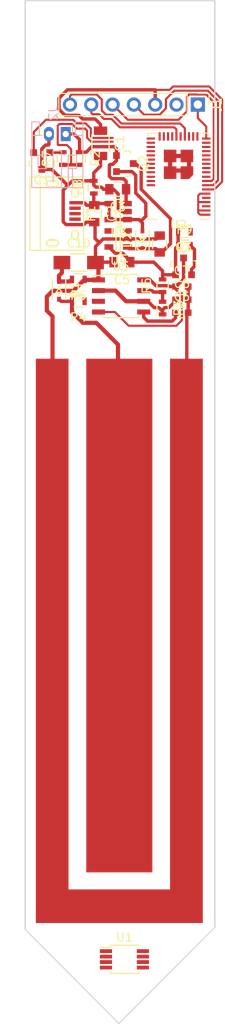
<source format=kicad_pcb>
(kicad_pcb (version 4) (host pcbnew 4.0.2+dfsg1-stable)

  (general
    (links 88)
    (no_connects 21)
    (area 93.396999 32.436999 116.153001 153.999001)
    (thickness 1.6)
    (drawings 9)
    (tracks 296)
    (zones 0)
    (modules 32)
    (nets 23)
  )

  (page A4)
  (layers
    (0 F.Cu signal)
    (31 B.Cu signal)
    (32 B.Adhes user)
    (33 F.Adhes user)
    (34 B.Paste user)
    (35 F.Paste user)
    (36 B.SilkS user)
    (37 F.SilkS user)
    (38 B.Mask user)
    (39 F.Mask user)
    (40 Dwgs.User user)
    (41 Cmts.User user)
    (42 Eco1.User user)
    (43 Eco2.User user)
    (44 Edge.Cuts user)
    (45 Margin user)
    (46 B.CrtYd user)
    (47 F.CrtYd user)
    (48 B.Fab user)
    (49 F.Fab user)
  )

  (setup
    (last_trace_width 0.25)
    (user_trace_width 0.35)
    (user_trace_width 0.4)
    (user_trace_width 0.5)
    (trace_clearance 0.2)
    (zone_clearance 0.508)
    (zone_45_only yes)
    (trace_min 0.2)
    (segment_width 0.2)
    (edge_width 0.15)
    (via_size 0.6)
    (via_drill 0.4)
    (via_min_size 0.4)
    (via_min_drill 0.3)
    (user_via 1.524 0.762)
    (uvia_size 0.3)
    (uvia_drill 0.1)
    (uvias_allowed no)
    (uvia_min_size 0.2)
    (uvia_min_drill 0.1)
    (pcb_text_width 0.3)
    (pcb_text_size 1.5 1.5)
    (mod_edge_width 0.15)
    (mod_text_size 1 1)
    (mod_text_width 0.15)
    (pad_size 1.524 1.524)
    (pad_drill 0.762)
    (pad_to_mask_clearance 0.2)
    (aux_axis_origin 0 0)
    (visible_elements FFFEFF7F)
    (pcbplotparams
      (layerselection 0x00000_00000001)
      (usegerberextensions false)
      (excludeedgelayer true)
      (linewidth 0.100000)
      (plotframeref false)
      (viasonmask false)
      (mode 1)
      (useauxorigin false)
      (hpglpennumber 1)
      (hpglpenspeed 20)
      (hpglpendiameter 15)
      (hpglpenoverlay 2)
      (psnegative false)
      (psa4output false)
      (plotreference false)
      (plotvalue false)
      (plotinvisibletext false)
      (padsonsilk false)
      (subtractmaskfromsilk false)
      (outputformat 1)
      (mirror false)
      (drillshape 0)
      (scaleselection 1)
      (outputdirectory Gerber/))
  )

  (net 0 "")
  (net 1 "Net-(C2-Pad1)")
  (net 2 GND)
  (net 3 "Net-(P1-Pad6)")
  (net 4 "Net-(R1-Pad1)")
  (net 5 /GPIO1)
  (net 6 /CapacitiveSoilSensor/SensorOut)
  (net 7 /GPIO0)
  (net 8 /SWDCLK)
  (net 9 /SWDIO/RESET)
  (net 10 VDD)
  (net 11 +BATT)
  (net 12 "Net-(C8-Pad1)")
  (net 13 "Net-(C6-Pad1)")
  (net 14 "Net-(C9-Pad1)")
  (net 15 "Net-(R3-Pad1)")
  (net 16 "Net-(R4-Pad1)")
  (net 17 "Net-(C4-Pad1)")
  (net 18 "Net-(C7-Pad1)")
  (net 19 "Net-(Q1-Pad1)")
  (net 20 /PowerMgmt/BATT_V_EN)
  (net 21 /CapacitiveSoilSensor/~EN)
  (net 22 /PowerMgmt/BATT_V)

  (net_class Default "This is the default net class."
    (clearance 0.2)
    (trace_width 0.25)
    (via_dia 0.6)
    (via_drill 0.4)
    (uvia_dia 0.3)
    (uvia_drill 0.1)
    (add_net +BATT)
    (add_net /CapacitiveSoilSensor/SensorOut)
    (add_net /CapacitiveSoilSensor/~EN)
    (add_net /GPIO0)
    (add_net /GPIO1)
    (add_net /PowerMgmt/BATT_V)
    (add_net /PowerMgmt/BATT_V_EN)
    (add_net /SWDCLK)
    (add_net /SWDIO/RESET)
    (add_net GND)
    (add_net "Net-(C2-Pad1)")
    (add_net "Net-(C4-Pad1)")
    (add_net "Net-(C6-Pad1)")
    (add_net "Net-(C7-Pad1)")
    (add_net "Net-(C8-Pad1)")
    (add_net "Net-(C9-Pad1)")
    (add_net "Net-(P1-Pad6)")
    (add_net "Net-(Q1-Pad1)")
    (add_net "Net-(R1-Pad1)")
    (add_net "Net-(R3-Pad1)")
    (add_net "Net-(R4-Pad1)")
    (add_net VDD)
  )

  (module Connect:USB_Micro-B (layer F.Cu) (tedit 5543E447) (tstamp 595B7422)
    (at 97.85 57.8 270)
    (descr "Micro USB Type B Receptacle")
    (tags "USB USB_B USB_micro USB_OTG")
    (path /595666C6/59568C23)
    (attr smd)
    (fp_text reference P1 (at 0 -3.45 270) (layer F.SilkS)
      (effects (font (size 1 1) (thickness 0.15)))
    )
    (fp_text value USB_OTG (at 0 4.8 270) (layer F.Fab)
      (effects (font (size 1 1) (thickness 0.15)))
    )
    (fp_line (start -4.6 -2.8) (end 4.6 -2.8) (layer F.CrtYd) (width 0.05))
    (fp_line (start 4.6 -2.8) (end 4.6 4.05) (layer F.CrtYd) (width 0.05))
    (fp_line (start 4.6 4.05) (end -4.6 4.05) (layer F.CrtYd) (width 0.05))
    (fp_line (start -4.6 4.05) (end -4.6 -2.8) (layer F.CrtYd) (width 0.05))
    (fp_line (start -4.3509 3.81746) (end 4.3491 3.81746) (layer F.SilkS) (width 0.15))
    (fp_line (start -4.3509 -2.58754) (end 4.3491 -2.58754) (layer F.SilkS) (width 0.15))
    (fp_line (start 4.3491 -2.58754) (end 4.3491 3.81746) (layer F.SilkS) (width 0.15))
    (fp_line (start 4.3491 2.58746) (end -4.3509 2.58746) (layer F.SilkS) (width 0.15))
    (fp_line (start -4.3509 3.81746) (end -4.3509 -2.58754) (layer F.SilkS) (width 0.15))
    (pad 1 smd rect (at -1.3009 -1.56254) (size 1.35 0.4) (layers F.Cu F.Paste F.Mask)
      (net 1 "Net-(C2-Pad1)"))
    (pad 2 smd rect (at -0.6509 -1.56254) (size 1.35 0.4) (layers F.Cu F.Paste F.Mask))
    (pad 3 smd rect (at -0.0009 -1.56254) (size 1.35 0.4) (layers F.Cu F.Paste F.Mask))
    (pad 4 smd rect (at 0.6491 -1.56254) (size 1.35 0.4) (layers F.Cu F.Paste F.Mask))
    (pad 5 smd rect (at 1.2991 -1.56254) (size 1.35 0.4) (layers F.Cu F.Paste F.Mask)
      (net 2 GND))
    (pad 6 thru_hole oval (at -2.5009 -1.56254) (size 0.95 1.25) (drill oval 0.55 0.85) (layers *.Cu *.Mask F.SilkS)
      (net 3 "Net-(P1-Pad6)"))
    (pad 6 thru_hole oval (at 2.4991 -1.56254) (size 0.95 1.25) (drill oval 0.55 0.85) (layers *.Cu *.Mask F.SilkS)
      (net 3 "Net-(P1-Pad6)"))
    (pad 6 thru_hole oval (at -3.5009 1.13746) (size 1.55 1) (drill oval 1.15 0.5) (layers *.Cu *.Mask F.SilkS)
      (net 3 "Net-(P1-Pad6)"))
    (pad 6 thru_hole oval (at 3.4991 1.13746) (size 1.55 1) (drill oval 1.15 0.5) (layers *.Cu *.Mask F.SilkS)
      (net 3 "Net-(P1-Pad6)"))
  )

  (module kicad-RF_Modules:RFDigital_RFD77101 (layer F.Cu) (tedit 594B7E41) (tstamp 595B745D)
    (at 111.75 53.35 180)
    (descr "RFDigital RFD77101 Simblee")
    (tags "RFDigital RFD77101 Simblee")
    (path /595643C3)
    (attr smd)
    (fp_text reference U2 (at 0 -5.76 180) (layer F.SilkS)
      (effects (font (size 1 1) (thickness 0.15)))
    )
    (fp_text value RFD77101 (at 0 6.25 180) (layer F.Fab)
      (effects (font (size 1 1) (thickness 0.15)))
    )
    (fp_line (start -2.75 -5) (end -3.5 -4.25) (layer F.Fab) (width 0.1))
    (fp_line (start 4.06 -5.42) (end -4.06 -5.42) (layer F.CrtYd) (width 0.05))
    (fp_line (start -4.06 -5.42) (end -4.06 5.47) (layer F.CrtYd) (width 0.05))
    (fp_line (start -4.06 5.47) (end 4.06 5.47) (layer F.CrtYd) (width 0.05))
    (fp_line (start 4.06 5.47) (end 4.06 -5.42) (layer F.CrtYd) (width 0.05))
    (fp_line (start 3.61 -4.75) (end 3.61 -5.11) (layer F.SilkS) (width 0.12))
    (fp_line (start 3.61 -5.11) (end 2.5 -5.11) (layer F.SilkS) (width 0.12))
    (fp_line (start -3.61 -5.11) (end -2.5 -5.11) (layer F.SilkS) (width 0.12))
    (fp_line (start 3.61 4.75) (end 3.61 5.11) (layer F.SilkS) (width 0.12))
    (fp_line (start 3.61 5.11) (end 2.5 5.11) (layer F.SilkS) (width 0.12))
    (fp_line (start -3.61 4.75) (end -3.61 5.11) (layer F.SilkS) (width 0.12))
    (fp_line (start -3.61 5.11) (end -2.5 5.11) (layer F.SilkS) (width 0.12))
    (fp_text user %R (at 0 0 180) (layer F.Fab)
      (effects (font (size 1.6 1.6) (thickness 0.16)))
    )
    (fp_line (start 3.5 -5) (end -2.75 -5) (layer F.Fab) (width 0.1))
    (fp_line (start -3.5 -4.25) (end -3.5 5) (layer F.Fab) (width 0.1))
    (fp_line (start -3.5 5) (end 3.5 5) (layer F.Fab) (width 0.1))
    (fp_line (start 3.5 5) (end 3.5 -5) (layer F.Fab) (width 0.1))
    (pad 42 smd rect (at -1.2525 0.1675 225) (size 0.7144 0.7144) (layers F.Cu F.Paste F.Mask)
      (net 2 GND))
    (pad 42 smd rect (at -1.2525 0.6725 180) (size 1.01 1.01) (layers F.Cu F.Paste F.Mask)
      (net 2 GND))
    (pad 42 smd rect (at -0.7475 0.6725 180) (size 1.01 1.01) (layers F.Cu F.Paste F.Mask)
      (net 2 GND))
    (pad 20 smd rect (at -2.25 4.72 270) (size 1 0.254) (layers F.Cu F.Paste F.Mask)
      (net 21 /CapacitiveSoilSensor/~EN))
    (pad 22 smd rect (at -1.25 4.72 270) (size 1 0.254) (layers F.Cu F.Paste F.Mask))
    (pad 21 smd rect (at -1.75 4.72 270) (size 1 0.254) (layers F.Cu F.Paste F.Mask))
    (pad 23 smd rect (at -0.75 4.72 270) (size 1 0.254) (layers F.Cu F.Paste F.Mask)
      (net 5 /GPIO1))
    (pad 24 smd rect (at -0.25 4.72 270) (size 1 0.254) (layers F.Cu F.Paste F.Mask)
      (net 22 /PowerMgmt/BATT_V))
    (pad 25 smd rect (at 0.25 4.72 270) (size 1 0.254) (layers F.Cu F.Paste F.Mask)
      (net 7 /GPIO0))
    (pad 26 smd rect (at 0.75 4.72 270) (size 1 0.254) (layers F.Cu F.Paste F.Mask)
      (net 4 "Net-(R1-Pad1)"))
    (pad 27 smd rect (at 1.25 4.72 270) (size 1 0.254) (layers F.Cu F.Paste F.Mask))
    (pad 28 smd rect (at 1.75 4.72 270) (size 1 0.254) (layers F.Cu F.Paste F.Mask))
    (pad 29 smd rect (at 2.25 4.72 270) (size 1 0.254) (layers F.Cu F.Paste F.Mask))
    (pad 31 smd rect (at 3.305 3.97 180) (size 1 0.254) (layers F.Cu F.Paste F.Mask))
    (pad 41 smd rect (at 3.305 -1.07 180) (size 1 0.254) (layers F.Cu F.Paste F.Mask)
      (net 10 VDD))
    (pad 40 smd rect (at 3.305 -0.57 180) (size 1 0.254) (layers F.Cu F.Paste F.Mask)
      (net 20 /PowerMgmt/BATT_V_EN))
    (pad 39 smd rect (at 3.305 -0.07 180) (size 1 0.254) (layers F.Cu F.Paste F.Mask))
    (pad 38 smd rect (at 3.305 0.47 180) (size 1 0.254) (layers F.Cu F.Paste F.Mask)
      (net 2 GND))
    (pad 37 smd rect (at 3.305 0.97 180) (size 1 0.254) (layers F.Cu F.Paste F.Mask))
    (pad 36 smd rect (at 3.305 1.47 180) (size 1 0.254) (layers F.Cu F.Paste F.Mask))
    (pad 35 smd rect (at 3.305 1.97 180) (size 1 0.254) (layers F.Cu F.Paste F.Mask))
    (pad 34 smd rect (at 3.305 2.47 180) (size 1 0.254) (layers F.Cu F.Paste F.Mask))
    (pad 33 smd rect (at 3.305 2.97 180) (size 1 0.254) (layers F.Cu F.Paste F.Mask))
    (pad 32 smd rect (at 3.305 3.47 180) (size 1 0.254) (layers F.Cu F.Paste F.Mask)
      (net 6 /CapacitiveSoilSensor/SensorOut))
    (pad 30 smd rect (at 3.305 4.47 180) (size 1 0.254) (layers F.Cu F.Paste F.Mask)
      (net 2 GND))
    (pad 19 smd rect (at -3.305 4.47 180) (size 1 0.254) (layers F.Cu F.Paste F.Mask)
      (net 2 GND))
    (pad 17 smd rect (at -3.305 3.47 180) (size 1 0.254) (layers F.Cu F.Paste F.Mask))
    (pad 16 smd rect (at -3.305 2.97 180) (size 1 0.254) (layers F.Cu F.Paste F.Mask))
    (pad 15 smd rect (at -3.305 2.47 180) (size 1 0.254) (layers F.Cu F.Paste F.Mask))
    (pad 14 smd rect (at -3.305 1.97 180) (size 1 0.254) (layers F.Cu F.Paste F.Mask))
    (pad 13 smd rect (at -3.305 1.47 180) (size 1 0.254) (layers F.Cu F.Paste F.Mask))
    (pad 12 smd rect (at -3.305 0.97 180) (size 1 0.254) (layers F.Cu F.Paste F.Mask))
    (pad 11 smd rect (at -3.305 0.47 180) (size 1 0.254) (layers F.Cu F.Paste F.Mask))
    (pad 10 smd rect (at -3.305 -0.07 180) (size 1 0.254) (layers F.Cu F.Paste F.Mask))
    (pad 9 smd rect (at -3.305 -0.57 180) (size 1 0.254) (layers F.Cu F.Paste F.Mask)
      (net 8 /SWDCLK))
    (pad 8 smd rect (at -3.305 -1.07 180) (size 1 0.254) (layers F.Cu F.Paste F.Mask)
      (net 9 /SWDIO/RESET))
    (pad 7 smd rect (at -3.305 -1.57 180) (size 1 0.254) (layers F.Cu F.Paste F.Mask)
      (net 10 VDD))
    (pad 6 smd rect (at -3.305 -2.07 180) (size 1 0.254) (layers F.Cu F.Paste F.Mask)
      (net 2 GND))
    (pad 5 smd rect (at -3.305 -2.57 180) (size 1 0.254) (layers F.Cu F.Paste F.Mask))
    (pad 4 smd rect (at -3.305 -3.07 180) (size 1 0.254) (layers F.Cu F.Paste F.Mask)
      (net 2 GND))
    (pad 2 smd rect (at -3.305 -4.07 180) (size 1 0.254) (layers F.Cu F.Paste F.Mask)
      (net 2 GND))
    (pad 18 smd rect (at -3.305 3.97 180) (size 1 0.254) (layers F.Cu F.Paste F.Mask))
    (pad 3 smd rect (at -3.305 -3.57 180) (size 1 0.254) (layers F.Cu F.Paste F.Mask))
    (pad 42 smd rect (at -0.7475 0.1675 180) (size 1.01 1.01) (layers F.Cu F.Paste F.Mask)
      (net 2 GND))
    (pad 45 smd rect (at 1 0.42 180) (size 1.5 1.5) (layers F.Cu F.Paste F.Mask)
      (net 2 GND))
    (pad 44 smd rect (at 1 2.4 180) (size 1.5 1.5) (layers F.Cu F.Paste F.Mask)
      (net 2 GND))
    (pad 43 smd rect (at -1 2.4 180) (size 1.5 1.5) (layers F.Cu F.Paste F.Mask)
      (net 2 GND))
    (pad 1 smd rect (at -3.305 -4.57 180) (size 1 0.254) (layers F.Cu F.Paste F.Mask)
      (net 2 GND))
    (model ${KISYS3DMOD}/RF_Modules.3dshapes/RFDigital_RFD77101.wrl
      (at (xyz 0 0 0))
      (scale (xyz 1 1 1))
      (rotate (xyz 0 0 0))
    )
  )

  (module Housings_SOIC:SOIC-8_3.9x4.9mm_Pitch1.27mm (layer F.Cu) (tedit 54130A77) (tstamp 595B7488)
    (at 104.902 67.564)
    (descr "8-Lead Plastic Small Outline (SN) - Narrow, 3.90 mm Body [SOIC] (see Microchip Packaging Specification 00000049BS.pdf)")
    (tags "SOIC 1.27")
    (path /59567161/5956765A)
    (attr smd)
    (fp_text reference U5 (at 0 -3.5) (layer F.SilkS)
      (effects (font (size 1 1) (thickness 0.15)))
    )
    (fp_text value TLC555 (at 0 3.5) (layer F.Fab)
      (effects (font (size 1 1) (thickness 0.15)))
    )
    (fp_line (start -3.75 -2.75) (end -3.75 2.75) (layer F.CrtYd) (width 0.05))
    (fp_line (start 3.75 -2.75) (end 3.75 2.75) (layer F.CrtYd) (width 0.05))
    (fp_line (start -3.75 -2.75) (end 3.75 -2.75) (layer F.CrtYd) (width 0.05))
    (fp_line (start -3.75 2.75) (end 3.75 2.75) (layer F.CrtYd) (width 0.05))
    (fp_line (start -2.075 -2.575) (end -2.075 -2.43) (layer F.SilkS) (width 0.15))
    (fp_line (start 2.075 -2.575) (end 2.075 -2.43) (layer F.SilkS) (width 0.15))
    (fp_line (start 2.075 2.575) (end 2.075 2.43) (layer F.SilkS) (width 0.15))
    (fp_line (start -2.075 2.575) (end -2.075 2.43) (layer F.SilkS) (width 0.15))
    (fp_line (start -2.075 -2.575) (end 2.075 -2.575) (layer F.SilkS) (width 0.15))
    (fp_line (start -2.075 2.575) (end 2.075 2.575) (layer F.SilkS) (width 0.15))
    (fp_line (start -2.075 -2.43) (end -3.475 -2.43) (layer F.SilkS) (width 0.15))
    (pad 1 smd rect (at -2.7 -1.905) (size 1.55 0.6) (layers F.Cu F.Paste F.Mask)
      (net 2 GND))
    (pad 2 smd rect (at -2.7 -0.635) (size 1.55 0.6) (layers F.Cu F.Paste F.Mask)
      (net 12 "Net-(C8-Pad1)"))
    (pad 3 smd rect (at -2.7 0.635) (size 1.55 0.6) (layers F.Cu F.Paste F.Mask)
      (net 16 "Net-(R4-Pad1)"))
    (pad 4 smd rect (at -2.7 1.905) (size 1.55 0.6) (layers F.Cu F.Paste F.Mask)
      (net 18 "Net-(C7-Pad1)"))
    (pad 5 smd rect (at 2.7 1.905) (size 1.55 0.6) (layers F.Cu F.Paste F.Mask)
      (net 13 "Net-(C6-Pad1)"))
    (pad 6 smd rect (at 2.7 0.635) (size 1.55 0.6) (layers F.Cu F.Paste F.Mask)
      (net 12 "Net-(C8-Pad1)"))
    (pad 7 smd rect (at 2.7 -0.635) (size 1.55 0.6) (layers F.Cu F.Paste F.Mask)
      (net 15 "Net-(R3-Pad1)"))
    (pad 8 smd rect (at 2.7 -1.905) (size 1.55 0.6) (layers F.Cu F.Paste F.Mask)
      (net 18 "Net-(C7-Pad1)"))
    (model Housings_SOIC.3dshapes/SOIC-8_3.9x4.9mm_Pitch1.27mm.wrl
      (at (xyz 0 0 0))
      (scale (xyz 1 1 1))
      (rotate (xyz 0 0 0))
    )
  )

  (module Diodes_SMD:SOD-323 (layer F.Cu) (tedit 5530FC5E) (tstamp 595B7621)
    (at 97.5 66.9 270)
    (descr SOD-323)
    (tags SOD-323)
    (path /59567161/595676A0)
    (attr smd)
    (fp_text reference D1 (at 0 -1.85 270) (layer F.SilkS)
      (effects (font (size 1 1) (thickness 0.15)))
    )
    (fp_text value 1N4148WS (at 0.1 1.9 270) (layer F.Fab)
      (effects (font (size 1 1) (thickness 0.15)))
    )
    (fp_line (start 0.25 0) (end 0.5 0) (layer F.SilkS) (width 0.15))
    (fp_line (start -0.25 0) (end -0.5 0) (layer F.SilkS) (width 0.15))
    (fp_line (start -0.25 0) (end 0.25 -0.35) (layer F.SilkS) (width 0.15))
    (fp_line (start 0.25 -0.35) (end 0.25 0.35) (layer F.SilkS) (width 0.15))
    (fp_line (start 0.25 0.35) (end -0.25 0) (layer F.SilkS) (width 0.15))
    (fp_line (start -0.25 -0.35) (end -0.25 0.35) (layer F.SilkS) (width 0.15))
    (fp_line (start -1.5 -0.95) (end 1.5 -0.95) (layer F.CrtYd) (width 0.05))
    (fp_line (start 1.5 -0.95) (end 1.5 0.95) (layer F.CrtYd) (width 0.05))
    (fp_line (start -1.5 0.95) (end 1.5 0.95) (layer F.CrtYd) (width 0.05))
    (fp_line (start -1.5 -0.95) (end -1.5 0.95) (layer F.CrtYd) (width 0.05))
    (fp_line (start -1.3 0.8) (end 1.1 0.8) (layer F.SilkS) (width 0.15))
    (fp_line (start -1.3 -0.8) (end 1.1 -0.8) (layer F.SilkS) (width 0.15))
    (pad 1 smd rect (at -1.055 0 270) (size 0.59 0.45) (layers F.Cu F.Paste F.Mask)
      (net 6 /CapacitiveSoilSensor/SensorOut))
    (pad 2 smd rect (at 1.055 0 270) (size 0.59 0.45) (layers F.Cu F.Paste F.Mask)
      (net 14 "Net-(C9-Pad1)"))
  )

  (module Connectors_JST:JST_PH_S2B-PH-K_02x2.00mm_Angled (layer B.Cu) (tedit 595E55F3) (tstamp 595B7631)
    (at 98.3 48.35 180)
    (descr "JST PH series connector, S2B-PH-K, side entry type, through hole, Datasheet: http://www.jst-mfg.com/product/pdf/eng/ePH.pdf")
    (tags "connector jst ph")
    (path /595666C6/59568744)
    (fp_text reference J2 (at 1.5 2.45 270) (layer B.SilkS)
      (effects (font (size 1 1) (thickness 0.15)) (justify mirror))
    )
    (fp_text value BATT_CONN (at 1 -7.25 180) (layer B.Fab)
      (effects (font (size 1 1) (thickness 0.15)) (justify mirror))
    )
    (fp_line (start 0.5 -6.35) (end 0.5 -2) (layer B.SilkS) (width 0.12))
    (fp_line (start 0.5 -2) (end 1.5 -2) (layer B.SilkS) (width 0.12))
    (fp_line (start 1.5 -2) (end 1.5 -6.35) (layer B.SilkS) (width 0.12))
    (fp_line (start -0.8 -0.15) (end -1.15 -0.15) (layer B.SilkS) (width 0.12))
    (fp_line (start -1.15 -0.15) (end -1.15 1.45) (layer B.SilkS) (width 0.12))
    (fp_line (start -1.15 1.45) (end -2.05 1.45) (layer B.SilkS) (width 0.12))
    (fp_line (start -2.05 1.45) (end -2.05 -6.35) (layer B.SilkS) (width 0.12))
    (fp_line (start -2.05 -6.35) (end 4.05 -6.35) (layer B.SilkS) (width 0.12))
    (fp_line (start 4.05 -6.35) (end 4.05 1.45) (layer B.SilkS) (width 0.12))
    (fp_line (start 4.05 1.45) (end 3.15 1.45) (layer B.SilkS) (width 0.12))
    (fp_line (start 3.15 1.45) (end 3.15 -0.15) (layer B.SilkS) (width 0.12))
    (fp_line (start 3.15 -0.15) (end 2.8 -0.15) (layer B.SilkS) (width 0.12))
    (fp_line (start -2.05 -0.15) (end -1.15 -0.15) (layer B.SilkS) (width 0.12))
    (fp_line (start 4.05 -0.15) (end 3.15 -0.15) (layer B.SilkS) (width 0.12))
    (fp_line (start -1.3 -2.5) (end -1.3 -4.1) (layer B.SilkS) (width 0.12))
    (fp_line (start -1.3 -4.1) (end -0.3 -4.1) (layer B.SilkS) (width 0.12))
    (fp_line (start -0.3 -4.1) (end -0.3 -2.5) (layer B.SilkS) (width 0.12))
    (fp_line (start -0.3 -2.5) (end -1.3 -2.5) (layer B.SilkS) (width 0.12))
    (fp_line (start 3.3 -2.5) (end 3.3 -4.1) (layer B.SilkS) (width 0.12))
    (fp_line (start 3.3 -4.1) (end 2.3 -4.1) (layer B.SilkS) (width 0.12))
    (fp_line (start 2.3 -4.1) (end 2.3 -2.5) (layer B.SilkS) (width 0.12))
    (fp_line (start 2.3 -2.5) (end 3.3 -2.5) (layer B.SilkS) (width 0.12))
    (fp_line (start -0.3 -4.1) (end -0.3 -6.35) (layer B.SilkS) (width 0.12))
    (fp_line (start -0.8 -4.1) (end -0.8 -6.35) (layer B.SilkS) (width 0.12))
    (fp_line (start -2.45 1.85) (end -2.45 -6.75) (layer B.CrtYd) (width 0.05))
    (fp_line (start -2.45 -6.75) (end 4.45 -6.75) (layer B.CrtYd) (width 0.05))
    (fp_line (start 4.45 -6.75) (end 4.45 1.85) (layer B.CrtYd) (width 0.05))
    (fp_line (start 4.45 1.85) (end -2.45 1.85) (layer B.CrtYd) (width 0.05))
    (fp_line (start -1.25 -0.25) (end -1.25 1.35) (layer B.Fab) (width 0.1))
    (fp_line (start -1.25 1.35) (end -1.95 1.35) (layer B.Fab) (width 0.1))
    (fp_line (start -1.95 1.35) (end -1.95 -6.25) (layer B.Fab) (width 0.1))
    (fp_line (start -1.95 -6.25) (end 3.95 -6.25) (layer B.Fab) (width 0.1))
    (fp_line (start 3.95 -6.25) (end 3.95 1.35) (layer B.Fab) (width 0.1))
    (fp_line (start 3.95 1.35) (end 3.25 1.35) (layer B.Fab) (width 0.1))
    (fp_line (start 3.25 1.35) (end 3.25 -0.25) (layer B.Fab) (width 0.1))
    (fp_line (start 3.25 -0.25) (end -1.25 -0.25) (layer B.Fab) (width 0.1))
    (fp_line (start -0.8 -0.15) (end -0.8 1.05) (layer B.SilkS) (width 0.12))
    (fp_line (start 0 -0.85) (end -0.5 -1.35) (layer B.Fab) (width 0.1))
    (fp_line (start -0.5 -1.35) (end 0.5 -1.35) (layer B.Fab) (width 0.1))
    (fp_line (start 0.5 -1.35) (end 0 -0.85) (layer B.Fab) (width 0.1))
    (fp_text user %R (at 1 -2.5 180) (layer B.Fab)
      (effects (font (size 1 1) (thickness 0.15)) (justify mirror))
    )
    (pad 1 thru_hole rect (at 0 0 180) (size 1.2 1.7) (drill 0.75) (layers *.Cu *.Mask)
      (net 11 +BATT))
    (pad 2 thru_hole oval (at 2 0 180) (size 1.2 1.7) (drill 0.75) (layers *.Cu *.Mask)
      (net 2 GND))
    (model ${KISYS3DMOD}/Connectors_JST.3dshapes/JST_PH_S2B-PH-K_02x2.00mm_Angled.wrl
      (at (xyz 0 0 0))
      (scale (xyz 1 1 1))
      (rotate (xyz 0 0 0))
    )
  )

  (module SoilMeasuringBoard:coil_sensor (layer F.Cu) (tedit 5964F027) (tstamp 595B7615)
    (at 104.648 108.458)
    (path /59567161/595B54DE)
    (fp_text reference C9 (at -0.36 -34.54) (layer F.SilkS) hide
      (effects (font (thickness 0.3)))
    )
    (fp_text value C_Sensor (at 6.68 34.75) (layer F.SilkS) hide
      (effects (font (thickness 0.3)))
    )
    (fp_poly (pts (xy -6.011334 29.548667) (xy 6.096 29.548667) (xy 6.096 -33.443333) (xy 9.990666 -33.443333)
      (xy 9.990666 33.528) (xy -9.906 33.528) (xy -9.906 -33.443333) (xy -6.011334 -33.443333)
      (xy -6.011334 29.548667)) (layer F.Cu) (width 0.01))
    (fp_poly (pts (xy 3.979333 27.516667) (xy -3.894667 27.516667) (xy -3.894667 -33.443333) (xy 3.979333 -33.443333)
      (xy 3.979333 27.516667)) (layer F.Cu) (width 0.01))
    (pad 1 smd rect (at -0.12 -31.5) (size 3.5 3.5) (layers F.Cu F.Paste F.Mask)
      (net 14 "Net-(C9-Pad1)"))
    (pad 2 smd rect (at 8.09 -31.48) (size 3.5 3.5) (layers F.Cu F.Paste F.Mask)
      (net 2 GND))
    (pad 2 smd rect (at -7.92 -31.55) (size 3.5 3.5) (layers F.Cu F.Paste F.Mask)
      (net 2 GND))
  )

  (module Capacitors_SMD:C_1206_HandSoldering (layer F.Cu) (tedit 541A9C03) (tstamp 59808CA3)
    (at 99.85 63.6)
    (descr "Capacitor SMD 1206, hand soldering")
    (tags "capacitor 1206")
    (path /59567161/595676AE)
    (attr smd)
    (fp_text reference C10 (at 0 -2.3) (layer F.SilkS)
      (effects (font (size 1 1) (thickness 0.15)))
    )
    (fp_text value 1u (at 0 2.3) (layer F.Fab)
      (effects (font (size 1 1) (thickness 0.15)))
    )
    (fp_line (start -3.3 -1.15) (end 3.3 -1.15) (layer F.CrtYd) (width 0.05))
    (fp_line (start -3.3 1.15) (end 3.3 1.15) (layer F.CrtYd) (width 0.05))
    (fp_line (start -3.3 -1.15) (end -3.3 1.15) (layer F.CrtYd) (width 0.05))
    (fp_line (start 3.3 -1.15) (end 3.3 1.15) (layer F.CrtYd) (width 0.05))
    (fp_line (start 1 -1.025) (end -1 -1.025) (layer F.SilkS) (width 0.15))
    (fp_line (start -1 1.025) (end 1 1.025) (layer F.SilkS) (width 0.15))
    (pad 1 smd rect (at -2 0) (size 2 1.6) (layers F.Cu F.Paste F.Mask)
      (net 6 /CapacitiveSoilSensor/SensorOut))
    (pad 2 smd rect (at 2 0) (size 2 1.6) (layers F.Cu F.Paste F.Mask)
      (net 2 GND))
    (model Capacitors_SMD.3dshapes/C_1206_HandSoldering.wrl
      (at (xyz 0 0 0))
      (scale (xyz 1 1 1))
      (rotate (xyz 0 0 0))
    )
  )

  (module Pin_Headers:Pin_Header_Straight_1x07_Pitch2.54mm (layer F.Cu) (tedit 59650532) (tstamp 59A3F55E)
    (at 114.05 44.85 270)
    (descr "Through hole straight pin header, 1x07, 2.54mm pitch, single row")
    (tags "Through hole pin header THT 1x07 2.54mm single row")
    (path /59A3EC25)
    (fp_text reference J1 (at 0 -2.33 270) (layer F.SilkS)
      (effects (font (size 1 1) (thickness 0.15)))
    )
    (fp_text value CONN_01X07 (at 0 17.57 270) (layer F.Fab)
      (effects (font (size 1 1) (thickness 0.15)))
    )
    (fp_line (start -0.635 -1.27) (end 1.27 -1.27) (layer F.Fab) (width 0.1))
    (fp_line (start 1.27 -1.27) (end 1.27 16.51) (layer F.Fab) (width 0.1))
    (fp_line (start 1.27 16.51) (end -1.27 16.51) (layer F.Fab) (width 0.1))
    (fp_line (start -1.27 16.51) (end -1.27 -0.635) (layer F.Fab) (width 0.1))
    (fp_line (start -1.27 -0.635) (end -0.635 -1.27) (layer F.Fab) (width 0.1))
    (fp_line (start -1.33 16.57) (end 1.33 16.57) (layer F.SilkS) (width 0.12))
    (fp_line (start -1.33 1.27) (end -1.33 16.57) (layer F.SilkS) (width 0.12))
    (fp_line (start 1.33 1.27) (end 1.33 16.57) (layer F.SilkS) (width 0.12))
    (fp_line (start -1.33 1.27) (end 1.33 1.27) (layer F.SilkS) (width 0.12))
    (fp_line (start -1.33 0) (end -1.33 -1.33) (layer F.SilkS) (width 0.12))
    (fp_line (start -1.33 -1.33) (end 0 -1.33) (layer F.SilkS) (width 0.12))
    (fp_line (start -1.8 -1.8) (end -1.8 17.05) (layer F.CrtYd) (width 0.05))
    (fp_line (start -1.8 17.05) (end 1.8 17.05) (layer F.CrtYd) (width 0.05))
    (fp_line (start 1.8 17.05) (end 1.8 -1.8) (layer F.CrtYd) (width 0.05))
    (fp_line (start 1.8 -1.8) (end -1.8 -1.8) (layer F.CrtYd) (width 0.05))
    (fp_text user %R (at 0 7.62 360) (layer F.Fab)
      (effects (font (size 1 1) (thickness 0.15)))
    )
    (pad 1 thru_hole rect (at 0 0 270) (size 1.7 1.7) (drill 1) (layers *.Cu *.Mask)
      (net 2 GND))
    (pad 2 thru_hole oval (at 0 2.54 270) (size 1.7 1.7) (drill 1) (layers *.Cu *.Mask))
    (pad 3 thru_hole oval (at 0 5.08 270) (size 1.7 1.7) (drill 1) (layers *.Cu *.Mask)
      (net 10 VDD))
    (pad 4 thru_hole oval (at 0 7.62 270) (size 1.7 1.7) (drill 1) (layers *.Cu *.Mask)
      (net 9 /SWDIO/RESET))
    (pad 5 thru_hole oval (at 0 10.16 270) (size 1.7 1.7) (drill 1) (layers *.Cu *.Mask)
      (net 8 /SWDCLK))
    (pad 6 thru_hole oval (at 0 12.7 270) (size 1.7 1.7) (drill 1) (layers *.Cu *.Mask)
      (net 7 /GPIO0))
    (pad 7 thru_hole oval (at 0 15.24 270) (size 1.7 1.7) (drill 1) (layers *.Cu *.Mask)
      (net 5 /GPIO1))
    (model ${KISYS3DMOD}/Pin_Headers.3dshapes/Pin_Header_Straight_1x07_Pitch2.54mm.wrl
      (at (xyz 0 0 0))
      (scale (xyz 1 1 1))
      (rotate (xyz 0 0 0))
    )
  )

  (module Capacitors_SMD:C_1206 (layer F.Cu) (tedit 5415D7BD) (tstamp 59DCC603)
    (at 102.45 49.45 270)
    (descr "Capacitor SMD 1206, reflow soldering, AVX (see smccp.pdf)")
    (tags "capacitor 1206")
    (path /59567DAD)
    (attr smd)
    (fp_text reference C1 (at 0 -2.3 270) (layer F.SilkS)
      (effects (font (size 1 1) (thickness 0.15)))
    )
    (fp_text value 1u (at 0 2.3 270) (layer F.Fab)
      (effects (font (size 1 1) (thickness 0.15)))
    )
    (fp_line (start -2.3 -1.15) (end 2.3 -1.15) (layer F.CrtYd) (width 0.05))
    (fp_line (start -2.3 1.15) (end 2.3 1.15) (layer F.CrtYd) (width 0.05))
    (fp_line (start -2.3 -1.15) (end -2.3 1.15) (layer F.CrtYd) (width 0.05))
    (fp_line (start 2.3 -1.15) (end 2.3 1.15) (layer F.CrtYd) (width 0.05))
    (fp_line (start 1 -1.025) (end -1 -1.025) (layer F.SilkS) (width 0.15))
    (fp_line (start -1 1.025) (end 1 1.025) (layer F.SilkS) (width 0.15))
    (pad 1 smd rect (at -1.5 0 270) (size 1 1.6) (layers F.Cu F.Paste F.Mask)
      (net 10 VDD))
    (pad 2 smd rect (at 1.5 0 270) (size 1 1.6) (layers F.Cu F.Paste F.Mask)
      (net 2 GND))
    (model Capacitors_SMD.3dshapes/C_1206.wrl
      (at (xyz 0 0 0))
      (scale (xyz 1 1 1))
      (rotate (xyz 0 0 0))
    )
  )

  (module Capacitors_SMD:C_0805 (layer F.Cu) (tedit 5415D6EA) (tstamp 59DCC608)
    (at 101.7 57.8 270)
    (descr "Capacitor SMD 0805, reflow soldering, AVX (see smccp.pdf)")
    (tags "capacitor 0805")
    (path /595666C6/59D379CA)
    (attr smd)
    (fp_text reference C2 (at 0 -2.1 270) (layer F.SilkS)
      (effects (font (size 1 1) (thickness 0.15)))
    )
    (fp_text value 4.7u (at 0 2.1 270) (layer F.Fab)
      (effects (font (size 1 1) (thickness 0.15)))
    )
    (fp_line (start -1.8 -1) (end 1.8 -1) (layer F.CrtYd) (width 0.05))
    (fp_line (start -1.8 1) (end 1.8 1) (layer F.CrtYd) (width 0.05))
    (fp_line (start -1.8 -1) (end -1.8 1) (layer F.CrtYd) (width 0.05))
    (fp_line (start 1.8 -1) (end 1.8 1) (layer F.CrtYd) (width 0.05))
    (fp_line (start 0.5 -0.85) (end -0.5 -0.85) (layer F.SilkS) (width 0.15))
    (fp_line (start -0.5 0.85) (end 0.5 0.85) (layer F.SilkS) (width 0.15))
    (pad 1 smd rect (at -1 0 270) (size 1 1.25) (layers F.Cu F.Paste F.Mask)
      (net 1 "Net-(C2-Pad1)"))
    (pad 2 smd rect (at 1 0 270) (size 1 1.25) (layers F.Cu F.Paste F.Mask)
      (net 2 GND))
    (model Capacitors_SMD.3dshapes/C_0805.wrl
      (at (xyz 0 0 0))
      (scale (xyz 1 1 1))
      (rotate (xyz 0 0 0))
    )
  )

  (module Capacitors_SMD:C_0805 (layer F.Cu) (tedit 5415D6EA) (tstamp 59DCC60D)
    (at 104.5 54.9 180)
    (descr "Capacitor SMD 0805, reflow soldering, AVX (see smccp.pdf)")
    (tags "capacitor 0805")
    (path /595666C6/59568C39)
    (attr smd)
    (fp_text reference C3 (at 0 -2.1 180) (layer F.SilkS)
      (effects (font (size 1 1) (thickness 0.15)))
    )
    (fp_text value 4.7u (at 0 2.1 180) (layer F.Fab)
      (effects (font (size 1 1) (thickness 0.15)))
    )
    (fp_line (start -1.8 -1) (end 1.8 -1) (layer F.CrtYd) (width 0.05))
    (fp_line (start -1.8 1) (end 1.8 1) (layer F.CrtYd) (width 0.05))
    (fp_line (start -1.8 -1) (end -1.8 1) (layer F.CrtYd) (width 0.05))
    (fp_line (start 1.8 -1) (end 1.8 1) (layer F.CrtYd) (width 0.05))
    (fp_line (start 0.5 -0.85) (end -0.5 -0.85) (layer F.SilkS) (width 0.15))
    (fp_line (start -0.5 0.85) (end 0.5 0.85) (layer F.SilkS) (width 0.15))
    (pad 1 smd rect (at -1 0 180) (size 1 1.25) (layers F.Cu F.Paste F.Mask)
      (net 11 +BATT))
    (pad 2 smd rect (at 1 0 180) (size 1 1.25) (layers F.Cu F.Paste F.Mask)
      (net 2 GND))
    (model Capacitors_SMD.3dshapes/C_0805.wrl
      (at (xyz 0 0 0))
      (scale (xyz 1 1 1))
      (rotate (xyz 0 0 0))
    )
  )

  (module Capacitors_SMD:C_0805 (layer F.Cu) (tedit 5415D6EA) (tstamp 59DCC612)
    (at 109.5 61.4 90)
    (descr "Capacitor SMD 0805, reflow soldering, AVX (see smccp.pdf)")
    (tags "capacitor 0805")
    (path /595666C6/59568C2A)
    (attr smd)
    (fp_text reference C4 (at 0 -2.1 90) (layer F.SilkS)
      (effects (font (size 1 1) (thickness 0.15)))
    )
    (fp_text value 1u (at 0 2.1 90) (layer F.Fab)
      (effects (font (size 1 1) (thickness 0.15)))
    )
    (fp_line (start -1.8 -1) (end 1.8 -1) (layer F.CrtYd) (width 0.05))
    (fp_line (start -1.8 1) (end 1.8 1) (layer F.CrtYd) (width 0.05))
    (fp_line (start -1.8 -1) (end -1.8 1) (layer F.CrtYd) (width 0.05))
    (fp_line (start 1.8 -1) (end 1.8 1) (layer F.CrtYd) (width 0.05))
    (fp_line (start 0.5 -0.85) (end -0.5 -0.85) (layer F.SilkS) (width 0.15))
    (fp_line (start -0.5 0.85) (end 0.5 0.85) (layer F.SilkS) (width 0.15))
    (pad 1 smd rect (at -1 0 90) (size 1 1.25) (layers F.Cu F.Paste F.Mask)
      (net 17 "Net-(C4-Pad1)"))
    (pad 2 smd rect (at 1 0 90) (size 1 1.25) (layers F.Cu F.Paste F.Mask)
      (net 2 GND))
    (model Capacitors_SMD.3dshapes/C_0805.wrl
      (at (xyz 0 0 0))
      (scale (xyz 1 1 1))
      (rotate (xyz 0 0 0))
    )
  )

  (module Capacitors_SMD:C_0805 (layer F.Cu) (tedit 5415D6EA) (tstamp 59DCC617)
    (at 105 63.55 180)
    (descr "Capacitor SMD 0805, reflow soldering, AVX (see smccp.pdf)")
    (tags "capacitor 0805")
    (path /595666C6/59568C2B)
    (attr smd)
    (fp_text reference C5 (at 0 -2.1 180) (layer F.SilkS)
      (effects (font (size 1 1) (thickness 0.15)))
    )
    (fp_text value 2.2u (at 0 2.1 180) (layer F.Fab)
      (effects (font (size 1 1) (thickness 0.15)))
    )
    (fp_line (start -1.8 -1) (end 1.8 -1) (layer F.CrtYd) (width 0.05))
    (fp_line (start -1.8 1) (end 1.8 1) (layer F.CrtYd) (width 0.05))
    (fp_line (start -1.8 -1) (end -1.8 1) (layer F.CrtYd) (width 0.05))
    (fp_line (start 1.8 -1) (end 1.8 1) (layer F.CrtYd) (width 0.05))
    (fp_line (start 0.5 -0.85) (end -0.5 -0.85) (layer F.SilkS) (width 0.15))
    (fp_line (start -0.5 0.85) (end 0.5 0.85) (layer F.SilkS) (width 0.15))
    (pad 1 smd rect (at -1 0 180) (size 1 1.25) (layers F.Cu F.Paste F.Mask)
      (net 10 VDD))
    (pad 2 smd rect (at 1 0 180) (size 1 1.25) (layers F.Cu F.Paste F.Mask)
      (net 2 GND))
    (model Capacitors_SMD.3dshapes/C_0805.wrl
      (at (xyz 0 0 0))
      (scale (xyz 1 1 1))
      (rotate (xyz 0 0 0))
    )
  )

  (module Capacitors_SMD:C_0603 (layer F.Cu) (tedit 5415D631) (tstamp 59DCC61C)
    (at 112.15 69.55)
    (descr "Capacitor SMD 0603, reflow soldering, AVX (see smccp.pdf)")
    (tags "capacitor 0603")
    (path /59567161/59567661)
    (attr smd)
    (fp_text reference C6 (at 0 -1.9) (layer F.SilkS)
      (effects (font (size 1 1) (thickness 0.15)))
    )
    (fp_text value 10n (at 0 1.9) (layer F.Fab)
      (effects (font (size 1 1) (thickness 0.15)))
    )
    (fp_line (start -1.45 -0.75) (end 1.45 -0.75) (layer F.CrtYd) (width 0.05))
    (fp_line (start -1.45 0.75) (end 1.45 0.75) (layer F.CrtYd) (width 0.05))
    (fp_line (start -1.45 -0.75) (end -1.45 0.75) (layer F.CrtYd) (width 0.05))
    (fp_line (start 1.45 -0.75) (end 1.45 0.75) (layer F.CrtYd) (width 0.05))
    (fp_line (start -0.35 -0.6) (end 0.35 -0.6) (layer F.SilkS) (width 0.15))
    (fp_line (start 0.35 0.6) (end -0.35 0.6) (layer F.SilkS) (width 0.15))
    (pad 1 smd rect (at -0.75 0) (size 0.8 0.75) (layers F.Cu F.Paste F.Mask)
      (net 13 "Net-(C6-Pad1)"))
    (pad 2 smd rect (at 0.75 0) (size 0.8 0.75) (layers F.Cu F.Paste F.Mask)
      (net 2 GND))
    (model Capacitors_SMD.3dshapes/C_0603.wrl
      (at (xyz 0 0 0))
      (scale (xyz 1 1 1))
      (rotate (xyz 0 0 0))
    )
  )

  (module Capacitors_SMD:C_0603 (layer F.Cu) (tedit 5415D631) (tstamp 59DCC621)
    (at 112.15 66.45)
    (descr "Capacitor SMD 0603, reflow soldering, AVX (see smccp.pdf)")
    (tags "capacitor 0603")
    (path /59567161/59567692)
    (attr smd)
    (fp_text reference C7 (at 0 -1.9) (layer F.SilkS)
      (effects (font (size 1 1) (thickness 0.15)))
    )
    (fp_text value 100n (at 0 1.9) (layer F.Fab)
      (effects (font (size 1 1) (thickness 0.15)))
    )
    (fp_line (start -1.45 -0.75) (end 1.45 -0.75) (layer F.CrtYd) (width 0.05))
    (fp_line (start -1.45 0.75) (end 1.45 0.75) (layer F.CrtYd) (width 0.05))
    (fp_line (start -1.45 -0.75) (end -1.45 0.75) (layer F.CrtYd) (width 0.05))
    (fp_line (start 1.45 -0.75) (end 1.45 0.75) (layer F.CrtYd) (width 0.05))
    (fp_line (start -0.35 -0.6) (end 0.35 -0.6) (layer F.SilkS) (width 0.15))
    (fp_line (start 0.35 0.6) (end -0.35 0.6) (layer F.SilkS) (width 0.15))
    (pad 1 smd rect (at -0.75 0) (size 0.8 0.75) (layers F.Cu F.Paste F.Mask)
      (net 18 "Net-(C7-Pad1)"))
    (pad 2 smd rect (at 0.75 0) (size 0.8 0.75) (layers F.Cu F.Paste F.Mask)
      (net 2 GND))
    (model Capacitors_SMD.3dshapes/C_0603.wrl
      (at (xyz 0 0 0))
      (scale (xyz 1 1 1))
      (rotate (xyz 0 0 0))
    )
  )

  (module Capacitors_SMD:C_0603 (layer F.Cu) (tedit 5415D631) (tstamp 59DCC626)
    (at 112.15 68)
    (descr "Capacitor SMD 0603, reflow soldering, AVX (see smccp.pdf)")
    (tags "capacitor 0603")
    (path /59567161/59567699)
    (attr smd)
    (fp_text reference C8 (at 0 -1.9) (layer F.SilkS)
      (effects (font (size 1 1) (thickness 0.15)))
    )
    (fp_text value 470p (at 0 1.9) (layer F.Fab)
      (effects (font (size 1 1) (thickness 0.15)))
    )
    (fp_line (start -1.45 -0.75) (end 1.45 -0.75) (layer F.CrtYd) (width 0.05))
    (fp_line (start -1.45 0.75) (end 1.45 0.75) (layer F.CrtYd) (width 0.05))
    (fp_line (start -1.45 -0.75) (end -1.45 0.75) (layer F.CrtYd) (width 0.05))
    (fp_line (start 1.45 -0.75) (end 1.45 0.75) (layer F.CrtYd) (width 0.05))
    (fp_line (start -0.35 -0.6) (end 0.35 -0.6) (layer F.SilkS) (width 0.15))
    (fp_line (start 0.35 0.6) (end -0.35 0.6) (layer F.SilkS) (width 0.15))
    (pad 1 smd rect (at -0.75 0) (size 0.8 0.75) (layers F.Cu F.Paste F.Mask)
      (net 12 "Net-(C8-Pad1)"))
    (pad 2 smd rect (at 0.75 0) (size 0.8 0.75) (layers F.Cu F.Paste F.Mask)
      (net 2 GND))
    (model Capacitors_SMD.3dshapes/C_0603.wrl
      (at (xyz 0 0 0))
      (scale (xyz 1 1 1))
      (rotate (xyz 0 0 0))
    )
  )

  (module Diodes_SMD:SOD-323 (layer F.Cu) (tedit 5530FC5E) (tstamp 59DCC630)
    (at 107.45 60.9 90)
    (descr SOD-323)
    (tags SOD-323)
    (path /595666C6/59D3921A)
    (attr smd)
    (fp_text reference D2 (at 0 -1.85 90) (layer F.SilkS)
      (effects (font (size 1 1) (thickness 0.15)))
    )
    (fp_text value BAT20J (at 0.1 1.9 90) (layer F.Fab)
      (effects (font (size 1 1) (thickness 0.15)))
    )
    (fp_line (start 0.25 0) (end 0.5 0) (layer F.SilkS) (width 0.15))
    (fp_line (start -0.25 0) (end -0.5 0) (layer F.SilkS) (width 0.15))
    (fp_line (start -0.25 0) (end 0.25 -0.35) (layer F.SilkS) (width 0.15))
    (fp_line (start 0.25 -0.35) (end 0.25 0.35) (layer F.SilkS) (width 0.15))
    (fp_line (start 0.25 0.35) (end -0.25 0) (layer F.SilkS) (width 0.15))
    (fp_line (start -0.25 -0.35) (end -0.25 0.35) (layer F.SilkS) (width 0.15))
    (fp_line (start -1.5 -0.95) (end 1.5 -0.95) (layer F.CrtYd) (width 0.05))
    (fp_line (start 1.5 -0.95) (end 1.5 0.95) (layer F.CrtYd) (width 0.05))
    (fp_line (start -1.5 0.95) (end 1.5 0.95) (layer F.CrtYd) (width 0.05))
    (fp_line (start -1.5 -0.95) (end -1.5 0.95) (layer F.CrtYd) (width 0.05))
    (fp_line (start -1.3 0.8) (end 1.1 0.8) (layer F.SilkS) (width 0.15))
    (fp_line (start -1.3 -0.8) (end 1.1 -0.8) (layer F.SilkS) (width 0.15))
    (pad 1 smd rect (at -1.055 0 90) (size 0.59 0.45) (layers F.Cu F.Paste F.Mask)
      (net 17 "Net-(C4-Pad1)"))
    (pad 2 smd rect (at 1.055 0 90) (size 0.59 0.45) (layers F.Cu F.Paste F.Mask)
      (net 1 "Net-(C2-Pad1)"))
  )

  (module TO_SOT_Packages_SMD:SOT-23 (layer F.Cu) (tedit 553634F8) (tstamp 59DCC637)
    (at 95.45 51.55 180)
    (descr "SOT-23, Standard")
    (tags SOT-23)
    (path /595666C6/59D395F8)
    (attr smd)
    (fp_text reference Q1 (at 0 -2.25 180) (layer F.SilkS)
      (effects (font (size 1 1) (thickness 0.15)))
    )
    (fp_text value Q_NMOS_DGS (at 0 2.3 180) (layer F.Fab)
      (effects (font (size 1 1) (thickness 0.15)))
    )
    (fp_line (start -1.65 -1.6) (end 1.65 -1.6) (layer F.CrtYd) (width 0.05))
    (fp_line (start 1.65 -1.6) (end 1.65 1.6) (layer F.CrtYd) (width 0.05))
    (fp_line (start 1.65 1.6) (end -1.65 1.6) (layer F.CrtYd) (width 0.05))
    (fp_line (start -1.65 1.6) (end -1.65 -1.6) (layer F.CrtYd) (width 0.05))
    (fp_line (start 1.29916 -0.65024) (end 1.2509 -0.65024) (layer F.SilkS) (width 0.15))
    (fp_line (start -1.49982 0.0508) (end -1.49982 -0.65024) (layer F.SilkS) (width 0.15))
    (fp_line (start -1.49982 -0.65024) (end -1.2509 -0.65024) (layer F.SilkS) (width 0.15))
    (fp_line (start 1.29916 -0.65024) (end 1.49982 -0.65024) (layer F.SilkS) (width 0.15))
    (fp_line (start 1.49982 -0.65024) (end 1.49982 0.0508) (layer F.SilkS) (width 0.15))
    (pad 1 smd rect (at -0.95 1.00076 180) (size 0.8001 0.8001) (layers F.Cu F.Paste F.Mask)
      (net 19 "Net-(Q1-Pad1)"))
    (pad 2 smd rect (at 0.95 1.00076 180) (size 0.8001 0.8001) (layers F.Cu F.Paste F.Mask)
      (net 20 /PowerMgmt/BATT_V_EN))
    (pad 3 smd rect (at 0 -0.99822 180) (size 0.8001 0.8001) (layers F.Cu F.Paste F.Mask)
      (net 2 GND))
    (model TO_SOT_Packages_SMD.3dshapes/SOT-23.wrl
      (at (xyz 0 0 0))
      (scale (xyz 1 1 1))
      (rotate (xyz 0 0 0))
    )
  )

  (module TO_SOT_Packages_SMD:SOT-23 (layer F.Cu) (tedit 553634F8) (tstamp 59DCC63E)
    (at 105.35 51.85 270)
    (descr "SOT-23, Standard")
    (tags SOT-23)
    (path /595666C6/59D38FB3)
    (attr smd)
    (fp_text reference Q2 (at 0 -2.25 270) (layer F.SilkS)
      (effects (font (size 1 1) (thickness 0.15)))
    )
    (fp_text value Q_PMOS_DGS (at 0 2.3 270) (layer F.Fab)
      (effects (font (size 1 1) (thickness 0.15)))
    )
    (fp_line (start -1.65 -1.6) (end 1.65 -1.6) (layer F.CrtYd) (width 0.05))
    (fp_line (start 1.65 -1.6) (end 1.65 1.6) (layer F.CrtYd) (width 0.05))
    (fp_line (start 1.65 1.6) (end -1.65 1.6) (layer F.CrtYd) (width 0.05))
    (fp_line (start -1.65 1.6) (end -1.65 -1.6) (layer F.CrtYd) (width 0.05))
    (fp_line (start 1.29916 -0.65024) (end 1.2509 -0.65024) (layer F.SilkS) (width 0.15))
    (fp_line (start -1.49982 0.0508) (end -1.49982 -0.65024) (layer F.SilkS) (width 0.15))
    (fp_line (start -1.49982 -0.65024) (end -1.2509 -0.65024) (layer F.SilkS) (width 0.15))
    (fp_line (start 1.29916 -0.65024) (end 1.49982 -0.65024) (layer F.SilkS) (width 0.15))
    (fp_line (start 1.49982 -0.65024) (end 1.49982 0.0508) (layer F.SilkS) (width 0.15))
    (pad 1 smd rect (at -0.95 1.00076 270) (size 0.8001 0.8001) (layers F.Cu F.Paste F.Mask)
      (net 11 +BATT))
    (pad 2 smd rect (at 0.95 1.00076 270) (size 0.8001 0.8001) (layers F.Cu F.Paste F.Mask)
      (net 1 "Net-(C2-Pad1)"))
    (pad 3 smd rect (at 0 -0.99822 270) (size 0.8001 0.8001) (layers F.Cu F.Paste F.Mask)
      (net 17 "Net-(C4-Pad1)"))
    (model TO_SOT_Packages_SMD.3dshapes/SOT-23.wrl
      (at (xyz 0 0 0))
      (scale (xyz 1 1 1))
      (rotate (xyz 0 0 0))
    )
  )

  (module TO_SOT_Packages_SMD:SOT-23 (layer F.Cu) (tedit 553634F8) (tstamp 59DCC645)
    (at 112.35 64.05)
    (descr "SOT-23, Standard")
    (tags SOT-23)
    (path /59567161/59DCC707)
    (attr smd)
    (fp_text reference Q3 (at 0 -2.25) (layer F.SilkS)
      (effects (font (size 1 1) (thickness 0.15)))
    )
    (fp_text value Q_PMOS_DGS (at 0 2.3) (layer F.Fab)
      (effects (font (size 1 1) (thickness 0.15)))
    )
    (fp_line (start -1.65 -1.6) (end 1.65 -1.6) (layer F.CrtYd) (width 0.05))
    (fp_line (start 1.65 -1.6) (end 1.65 1.6) (layer F.CrtYd) (width 0.05))
    (fp_line (start 1.65 1.6) (end -1.65 1.6) (layer F.CrtYd) (width 0.05))
    (fp_line (start -1.65 1.6) (end -1.65 -1.6) (layer F.CrtYd) (width 0.05))
    (fp_line (start 1.29916 -0.65024) (end 1.2509 -0.65024) (layer F.SilkS) (width 0.15))
    (fp_line (start -1.49982 0.0508) (end -1.49982 -0.65024) (layer F.SilkS) (width 0.15))
    (fp_line (start -1.49982 -0.65024) (end -1.2509 -0.65024) (layer F.SilkS) (width 0.15))
    (fp_line (start 1.29916 -0.65024) (end 1.49982 -0.65024) (layer F.SilkS) (width 0.15))
    (fp_line (start 1.49982 -0.65024) (end 1.49982 0.0508) (layer F.SilkS) (width 0.15))
    (pad 1 smd rect (at -0.95 1.00076) (size 0.8001 0.8001) (layers F.Cu F.Paste F.Mask)
      (net 10 VDD))
    (pad 2 smd rect (at 0.95 1.00076) (size 0.8001 0.8001) (layers F.Cu F.Paste F.Mask)
      (net 21 /CapacitiveSoilSensor/~EN))
    (pad 3 smd rect (at 0 -0.99822) (size 0.8001 0.8001) (layers F.Cu F.Paste F.Mask)
      (net 18 "Net-(C7-Pad1)"))
    (model TO_SOT_Packages_SMD.3dshapes/SOT-23.wrl
      (at (xyz 0 0 0))
      (scale (xyz 1 1 1))
      (rotate (xyz 0 0 0))
    )
  )

  (module Resistors_SMD:R_0603 (layer F.Cu) (tedit 5415CC62) (tstamp 59DCC646)
    (at 112.45 59.95 180)
    (descr "Resistor SMD 0603, reflow soldering, Vishay (see dcrcw.pdf)")
    (tags "resistor 0603")
    (path /59567D40)
    (attr smd)
    (fp_text reference R1 (at 0 -1.9 180) (layer F.SilkS)
      (effects (font (size 1 1) (thickness 0.15)))
    )
    (fp_text value 4.7k (at 0 1.9 180) (layer F.Fab)
      (effects (font (size 1 1) (thickness 0.15)))
    )
    (fp_line (start -1.3 -0.8) (end 1.3 -0.8) (layer F.CrtYd) (width 0.05))
    (fp_line (start -1.3 0.8) (end 1.3 0.8) (layer F.CrtYd) (width 0.05))
    (fp_line (start -1.3 -0.8) (end -1.3 0.8) (layer F.CrtYd) (width 0.05))
    (fp_line (start 1.3 -0.8) (end 1.3 0.8) (layer F.CrtYd) (width 0.05))
    (fp_line (start 0.5 0.675) (end -0.5 0.675) (layer F.SilkS) (width 0.15))
    (fp_line (start -0.5 -0.675) (end 0.5 -0.675) (layer F.SilkS) (width 0.15))
    (pad 1 smd rect (at -0.75 0 180) (size 0.5 0.9) (layers F.Cu F.Paste F.Mask)
      (net 4 "Net-(R1-Pad1)"))
    (pad 2 smd rect (at 0.75 0 180) (size 0.5 0.9) (layers F.Cu F.Paste F.Mask)
      (net 10 VDD))
    (model Resistors_SMD.3dshapes/R_0603.wrl
      (at (xyz 0 0 0))
      (scale (xyz 1 1 1))
      (rotate (xyz 0 0 0))
    )
  )

  (module Resistors_SMD:R_0603 (layer F.Cu) (tedit 5415CC62) (tstamp 59DCC64B)
    (at 99.95 51.25 270)
    (descr "Resistor SMD 0603, reflow soldering, Vishay (see dcrcw.pdf)")
    (tags "resistor 0603")
    (path /595666C6/59D3966F)
    (attr smd)
    (fp_text reference R2 (at 0 -1.9 270) (layer F.SilkS)
      (effects (font (size 1 1) (thickness 0.15)))
    )
    (fp_text value 3.3k (at 0 1.9 270) (layer F.Fab)
      (effects (font (size 1 1) (thickness 0.15)))
    )
    (fp_line (start -1.3 -0.8) (end 1.3 -0.8) (layer F.CrtYd) (width 0.05))
    (fp_line (start -1.3 0.8) (end 1.3 0.8) (layer F.CrtYd) (width 0.05))
    (fp_line (start -1.3 -0.8) (end -1.3 0.8) (layer F.CrtYd) (width 0.05))
    (fp_line (start 1.3 -0.8) (end 1.3 0.8) (layer F.CrtYd) (width 0.05))
    (fp_line (start 0.5 0.675) (end -0.5 0.675) (layer F.SilkS) (width 0.15))
    (fp_line (start -0.5 -0.675) (end 0.5 -0.675) (layer F.SilkS) (width 0.15))
    (pad 1 smd rect (at -0.75 0 270) (size 0.5 0.9) (layers F.Cu F.Paste F.Mask)
      (net 11 +BATT))
    (pad 2 smd rect (at 0.75 0 270) (size 0.5 0.9) (layers F.Cu F.Paste F.Mask)
      (net 22 /PowerMgmt/BATT_V))
    (model Resistors_SMD.3dshapes/R_0603.wrl
      (at (xyz 0 0 0))
      (scale (xyz 1 1 1))
      (rotate (xyz 0 0 0))
    )
  )

  (module Resistors_SMD:R_0603 (layer F.Cu) (tedit 5415CC62) (tstamp 59DCC650)
    (at 109.85 69 270)
    (descr "Resistor SMD 0603, reflow soldering, Vishay (see dcrcw.pdf)")
    (tags "resistor 0603")
    (path /59567161/59567684)
    (attr smd)
    (fp_text reference R3 (at 0 -1.9 270) (layer F.SilkS)
      (effects (font (size 1 1) (thickness 0.15)))
    )
    (fp_text value 1.6k (at 0 1.9 270) (layer F.Fab)
      (effects (font (size 1 1) (thickness 0.15)))
    )
    (fp_line (start -1.3 -0.8) (end 1.3 -0.8) (layer F.CrtYd) (width 0.05))
    (fp_line (start -1.3 0.8) (end 1.3 0.8) (layer F.CrtYd) (width 0.05))
    (fp_line (start -1.3 -0.8) (end -1.3 0.8) (layer F.CrtYd) (width 0.05))
    (fp_line (start 1.3 -0.8) (end 1.3 0.8) (layer F.CrtYd) (width 0.05))
    (fp_line (start 0.5 0.675) (end -0.5 0.675) (layer F.SilkS) (width 0.15))
    (fp_line (start -0.5 -0.675) (end 0.5 -0.675) (layer F.SilkS) (width 0.15))
    (pad 1 smd rect (at -0.75 0 270) (size 0.5 0.9) (layers F.Cu F.Paste F.Mask)
      (net 15 "Net-(R3-Pad1)"))
    (pad 2 smd rect (at 0.75 0 270) (size 0.5 0.9) (layers F.Cu F.Paste F.Mask)
      (net 12 "Net-(C8-Pad1)"))
    (model Resistors_SMD.3dshapes/R_0603.wrl
      (at (xyz 0 0 0))
      (scale (xyz 1 1 1))
      (rotate (xyz 0 0 0))
    )
  )

  (module Resistors_SMD:R_0603 (layer F.Cu) (tedit 5415CC62) (tstamp 59DCC655)
    (at 99.8 68.2 180)
    (descr "Resistor SMD 0603, reflow soldering, Vishay (see dcrcw.pdf)")
    (tags "resistor 0603")
    (path /59567161/5956768B)
    (attr smd)
    (fp_text reference R4 (at 0 -1.9 180) (layer F.SilkS)
      (effects (font (size 1 1) (thickness 0.15)))
    )
    (fp_text value 10k (at 0 1.9 180) (layer F.Fab)
      (effects (font (size 1 1) (thickness 0.15)))
    )
    (fp_line (start -1.3 -0.8) (end 1.3 -0.8) (layer F.CrtYd) (width 0.05))
    (fp_line (start -1.3 0.8) (end 1.3 0.8) (layer F.CrtYd) (width 0.05))
    (fp_line (start -1.3 -0.8) (end -1.3 0.8) (layer F.CrtYd) (width 0.05))
    (fp_line (start 1.3 -0.8) (end 1.3 0.8) (layer F.CrtYd) (width 0.05))
    (fp_line (start 0.5 0.675) (end -0.5 0.675) (layer F.SilkS) (width 0.15))
    (fp_line (start -0.5 -0.675) (end 0.5 -0.675) (layer F.SilkS) (width 0.15))
    (pad 1 smd rect (at -0.75 0 180) (size 0.5 0.9) (layers F.Cu F.Paste F.Mask)
      (net 16 "Net-(R4-Pad1)"))
    (pad 2 smd rect (at 0.75 0 180) (size 0.5 0.9) (layers F.Cu F.Paste F.Mask)
      (net 14 "Net-(C9-Pad1)"))
    (model Resistors_SMD.3dshapes/R_0603.wrl
      (at (xyz 0 0 0))
      (scale (xyz 1 1 1))
      (rotate (xyz 0 0 0))
    )
  )

  (module Resistors_SMD:R_0603 (layer F.Cu) (tedit 5415CC62) (tstamp 59DCC65A)
    (at 109.85 66.35 90)
    (descr "Resistor SMD 0603, reflow soldering, Vishay (see dcrcw.pdf)")
    (tags "resistor 0603")
    (path /59567161/5956767D)
    (attr smd)
    (fp_text reference R5 (at 0 -1.9 90) (layer F.SilkS)
      (effects (font (size 1 1) (thickness 0.15)))
    )
    (fp_text value 330 (at 0 1.9 90) (layer F.Fab)
      (effects (font (size 1 1) (thickness 0.15)))
    )
    (fp_line (start -1.3 -0.8) (end 1.3 -0.8) (layer F.CrtYd) (width 0.05))
    (fp_line (start -1.3 0.8) (end 1.3 0.8) (layer F.CrtYd) (width 0.05))
    (fp_line (start -1.3 -0.8) (end -1.3 0.8) (layer F.CrtYd) (width 0.05))
    (fp_line (start 1.3 -0.8) (end 1.3 0.8) (layer F.CrtYd) (width 0.05))
    (fp_line (start 0.5 0.675) (end -0.5 0.675) (layer F.SilkS) (width 0.15))
    (fp_line (start -0.5 -0.675) (end 0.5 -0.675) (layer F.SilkS) (width 0.15))
    (pad 1 smd rect (at -0.75 0 90) (size 0.5 0.9) (layers F.Cu F.Paste F.Mask)
      (net 15 "Net-(R3-Pad1)"))
    (pad 2 smd rect (at 0.75 0 90) (size 0.5 0.9) (layers F.Cu F.Paste F.Mask)
      (net 10 VDD))
    (model Resistors_SMD.3dshapes/R_0603.wrl
      (at (xyz 0 0 0))
      (scale (xyz 1 1 1))
      (rotate (xyz 0 0 0))
    )
  )

  (module Resistors_SMD:R_0603 (layer F.Cu) (tedit 5415CC62) (tstamp 59DCC65F)
    (at 99.8 65.6 180)
    (descr "Resistor SMD 0603, reflow soldering, Vishay (see dcrcw.pdf)")
    (tags "resistor 0603")
    (path /59567161/595676A7)
    (attr smd)
    (fp_text reference R6 (at 0 -1.9 180) (layer F.SilkS)
      (effects (font (size 1 1) (thickness 0.15)))
    )
    (fp_text value 1M (at 0 1.9 180) (layer F.Fab)
      (effects (font (size 1 1) (thickness 0.15)))
    )
    (fp_line (start -1.3 -0.8) (end 1.3 -0.8) (layer F.CrtYd) (width 0.05))
    (fp_line (start -1.3 0.8) (end 1.3 0.8) (layer F.CrtYd) (width 0.05))
    (fp_line (start -1.3 -0.8) (end -1.3 0.8) (layer F.CrtYd) (width 0.05))
    (fp_line (start 1.3 -0.8) (end 1.3 0.8) (layer F.CrtYd) (width 0.05))
    (fp_line (start 0.5 0.675) (end -0.5 0.675) (layer F.SilkS) (width 0.15))
    (fp_line (start -0.5 -0.675) (end 0.5 -0.675) (layer F.SilkS) (width 0.15))
    (pad 1 smd rect (at -0.75 0 180) (size 0.5 0.9) (layers F.Cu F.Paste F.Mask)
      (net 2 GND))
    (pad 2 smd rect (at 0.75 0 180) (size 0.5 0.9) (layers F.Cu F.Paste F.Mask)
      (net 6 /CapacitiveSoilSensor/SensorOut))
    (model Resistors_SMD.3dshapes/R_0603.wrl
      (at (xyz 0 0 0))
      (scale (xyz 1 1 1))
      (rotate (xyz 0 0 0))
    )
  )

  (module Resistors_SMD:R_0603 (layer F.Cu) (tedit 5415CC62) (tstamp 59DCC669)
    (at 97.95 51.25 90)
    (descr "Resistor SMD 0603, reflow soldering, Vishay (see dcrcw.pdf)")
    (tags "resistor 0603")
    (path /595666C6/59D396AB)
    (attr smd)
    (fp_text reference R7 (at 0 -1.9 90) (layer F.SilkS)
      (effects (font (size 1 1) (thickness 0.15)))
    )
    (fp_text value 8.2k (at 0 1.9 90) (layer F.Fab)
      (effects (font (size 1 1) (thickness 0.15)))
    )
    (fp_line (start -1.3 -0.8) (end 1.3 -0.8) (layer F.CrtYd) (width 0.05))
    (fp_line (start -1.3 0.8) (end 1.3 0.8) (layer F.CrtYd) (width 0.05))
    (fp_line (start -1.3 -0.8) (end -1.3 0.8) (layer F.CrtYd) (width 0.05))
    (fp_line (start 1.3 -0.8) (end 1.3 0.8) (layer F.CrtYd) (width 0.05))
    (fp_line (start 0.5 0.675) (end -0.5 0.675) (layer F.SilkS) (width 0.15))
    (fp_line (start -0.5 -0.675) (end 0.5 -0.675) (layer F.SilkS) (width 0.15))
    (pad 1 smd rect (at -0.75 0 90) (size 0.5 0.9) (layers F.Cu F.Paste F.Mask)
      (net 22 /PowerMgmt/BATT_V))
    (pad 2 smd rect (at 0.75 0 90) (size 0.5 0.9) (layers F.Cu F.Paste F.Mask)
      (net 19 "Net-(Q1-Pad1)"))
    (model Resistors_SMD.3dshapes/R_0603.wrl
      (at (xyz 0 0 0))
      (scale (xyz 1 1 1))
      (rotate (xyz 0 0 0))
    )
  )

  (module Resistors_SMD:R_0603 (layer F.Cu) (tedit 5415CC62) (tstamp 59DCC66F)
    (at 101.65 54.65 90)
    (descr "Resistor SMD 0603, reflow soldering, Vishay (see dcrcw.pdf)")
    (tags "resistor 0603")
    (path /595666C6/59D3911A)
    (attr smd)
    (fp_text reference R8 (at 0 -1.9 90) (layer F.SilkS)
      (effects (font (size 1 1) (thickness 0.15)))
    )
    (fp_text value 10k (at 0 1.9 90) (layer F.Fab)
      (effects (font (size 1 1) (thickness 0.15)))
    )
    (fp_line (start -1.3 -0.8) (end 1.3 -0.8) (layer F.CrtYd) (width 0.05))
    (fp_line (start -1.3 0.8) (end 1.3 0.8) (layer F.CrtYd) (width 0.05))
    (fp_line (start -1.3 -0.8) (end -1.3 0.8) (layer F.CrtYd) (width 0.05))
    (fp_line (start 1.3 -0.8) (end 1.3 0.8) (layer F.CrtYd) (width 0.05))
    (fp_line (start 0.5 0.675) (end -0.5 0.675) (layer F.SilkS) (width 0.15))
    (fp_line (start -0.5 -0.675) (end 0.5 -0.675) (layer F.SilkS) (width 0.15))
    (pad 1 smd rect (at -0.75 0 90) (size 0.5 0.9) (layers F.Cu F.Paste F.Mask)
      (net 1 "Net-(C2-Pad1)"))
    (pad 2 smd rect (at 0.75 0 90) (size 0.5 0.9) (layers F.Cu F.Paste F.Mask)
      (net 2 GND))
    (model Resistors_SMD.3dshapes/R_0603.wrl
      (at (xyz 0 0 0))
      (scale (xyz 1 1 1))
      (rotate (xyz 0 0 0))
    )
  )

  (module Resistors_SMD:R_0603 (layer F.Cu) (tedit 5415CC62) (tstamp 59DCC675)
    (at 112.45 61.6)
    (descr "Resistor SMD 0603, reflow soldering, Vishay (see dcrcw.pdf)")
    (tags "resistor 0603")
    (path /59567161/59DCC874)
    (attr smd)
    (fp_text reference R9 (at 0 -1.9) (layer F.SilkS)
      (effects (font (size 1 1) (thickness 0.15)))
    )
    (fp_text value 10k (at 0 1.9) (layer F.Fab)
      (effects (font (size 1 1) (thickness 0.15)))
    )
    (fp_line (start -1.3 -0.8) (end 1.3 -0.8) (layer F.CrtYd) (width 0.05))
    (fp_line (start -1.3 0.8) (end 1.3 0.8) (layer F.CrtYd) (width 0.05))
    (fp_line (start -1.3 -0.8) (end -1.3 0.8) (layer F.CrtYd) (width 0.05))
    (fp_line (start 1.3 -0.8) (end 1.3 0.8) (layer F.CrtYd) (width 0.05))
    (fp_line (start 0.5 0.675) (end -0.5 0.675) (layer F.SilkS) (width 0.15))
    (fp_line (start -0.5 -0.675) (end 0.5 -0.675) (layer F.SilkS) (width 0.15))
    (pad 1 smd rect (at -0.75 0) (size 0.5 0.9) (layers F.Cu F.Paste F.Mask)
      (net 10 VDD))
    (pad 2 smd rect (at 0.75 0) (size 0.5 0.9) (layers F.Cu F.Paste F.Mask)
      (net 21 /CapacitiveSoilSensor/~EN))
    (model Resistors_SMD.3dshapes/R_0603.wrl
      (at (xyz 0 0 0))
      (scale (xyz 1 1 1))
      (rotate (xyz 0 0 0))
    )
  )

  (module Housings_SSOP:MSOP-8_3x3mm_Pitch0.65mm (layer F.Cu) (tedit 54130A77) (tstamp 59DCC676)
    (at 105.3 146.3)
    (descr "8-Lead Plastic Micro Small Outline Package (MS) [MSOP] (see Microchip Packaging Specification 00000049BS.pdf)")
    (tags "SSOP 0.65")
    (path /59567BCA)
    (attr smd)
    (fp_text reference U1 (at 0 -2.6) (layer F.SilkS)
      (effects (font (size 1 1) (thickness 0.15)))
    )
    (fp_text value DS18B20 (at 0 2.6) (layer F.Fab)
      (effects (font (size 1 1) (thickness 0.15)))
    )
    (fp_line (start -3.2 -1.85) (end -3.2 1.85) (layer F.CrtYd) (width 0.05))
    (fp_line (start 3.2 -1.85) (end 3.2 1.85) (layer F.CrtYd) (width 0.05))
    (fp_line (start -3.2 -1.85) (end 3.2 -1.85) (layer F.CrtYd) (width 0.05))
    (fp_line (start -3.2 1.85) (end 3.2 1.85) (layer F.CrtYd) (width 0.05))
    (fp_line (start -1.675 -1.675) (end -1.675 -1.425) (layer F.SilkS) (width 0.15))
    (fp_line (start 1.675 -1.675) (end 1.675 -1.425) (layer F.SilkS) (width 0.15))
    (fp_line (start 1.675 1.675) (end 1.675 1.425) (layer F.SilkS) (width 0.15))
    (fp_line (start -1.675 1.675) (end -1.675 1.425) (layer F.SilkS) (width 0.15))
    (fp_line (start -1.675 -1.675) (end 1.675 -1.675) (layer F.SilkS) (width 0.15))
    (fp_line (start -1.675 1.675) (end 1.675 1.675) (layer F.SilkS) (width 0.15))
    (fp_line (start -1.675 -1.425) (end -2.925 -1.425) (layer F.SilkS) (width 0.15))
    (pad 1 smd rect (at -2.2 -0.975) (size 1.45 0.45) (layers F.Cu F.Paste F.Mask)
      (net 2 GND))
    (pad 2 smd rect (at -2.2 -0.325) (size 1.45 0.45) (layers F.Cu F.Paste F.Mask)
      (net 4 "Net-(R1-Pad1)"))
    (pad 3 smd rect (at -2.2 0.325) (size 1.45 0.45) (layers F.Cu F.Paste F.Mask)
      (net 2 GND))
    (pad 4 smd rect (at -2.2 0.975) (size 1.45 0.45) (layers F.Cu F.Paste F.Mask))
    (pad 5 smd rect (at 2.2 0.975) (size 1.45 0.45) (layers F.Cu F.Paste F.Mask))
    (pad 6 smd rect (at 2.2 0.325) (size 1.45 0.45) (layers F.Cu F.Paste F.Mask))
    (pad 7 smd rect (at 2.2 -0.325) (size 1.45 0.45) (layers F.Cu F.Paste F.Mask))
    (pad 8 smd rect (at 2.2 -0.975) (size 1.45 0.45) (layers F.Cu F.Paste F.Mask))
    (model Housings_SSOP.3dshapes/MSOP-8_3x3mm_Pitch0.65mm.wrl
      (at (xyz 0 0 0))
      (scale (xyz 1 1 1))
      (rotate (xyz 0 0 0))
    )
  )

  (module TO_SOT_Packages_SMD:SOT-23-5 (layer F.Cu) (tedit 55360473) (tstamp 59DCC681)
    (at 104.55 57.55 180)
    (descr "5-pin SOT23 package")
    (tags SOT-23-5)
    (path /595666C6/59D370A0)
    (attr smd)
    (fp_text reference U3 (at -0.05 -2.55 180) (layer F.SilkS)
      (effects (font (size 1 1) (thickness 0.15)))
    )
    (fp_text value MCP73811T (at -0.05 2.35 180) (layer F.Fab)
      (effects (font (size 1 1) (thickness 0.15)))
    )
    (fp_line (start -1.8 -1.6) (end 1.8 -1.6) (layer F.CrtYd) (width 0.05))
    (fp_line (start 1.8 -1.6) (end 1.8 1.6) (layer F.CrtYd) (width 0.05))
    (fp_line (start 1.8 1.6) (end -1.8 1.6) (layer F.CrtYd) (width 0.05))
    (fp_line (start -1.8 1.6) (end -1.8 -1.6) (layer F.CrtYd) (width 0.05))
    (fp_circle (center -0.3 -1.7) (end -0.2 -1.7) (layer F.SilkS) (width 0.15))
    (fp_line (start 0.25 -1.45) (end -0.25 -1.45) (layer F.SilkS) (width 0.15))
    (fp_line (start 0.25 1.45) (end 0.25 -1.45) (layer F.SilkS) (width 0.15))
    (fp_line (start -0.25 1.45) (end 0.25 1.45) (layer F.SilkS) (width 0.15))
    (fp_line (start -0.25 -1.45) (end -0.25 1.45) (layer F.SilkS) (width 0.15))
    (pad 1 smd rect (at -1.1 -0.95 180) (size 1.06 0.65) (layers F.Cu F.Paste F.Mask)
      (net 1 "Net-(C2-Pad1)"))
    (pad 2 smd rect (at -1.1 0 180) (size 1.06 0.65) (layers F.Cu F.Paste F.Mask)
      (net 2 GND))
    (pad 3 smd rect (at -1.1 0.95 180) (size 1.06 0.65) (layers F.Cu F.Paste F.Mask)
      (net 11 +BATT))
    (pad 4 smd rect (at 1.1 0.95 180) (size 1.06 0.65) (layers F.Cu F.Paste F.Mask)
      (net 1 "Net-(C2-Pad1)"))
    (pad 5 smd rect (at 1.1 -0.95 180) (size 1.06 0.65) (layers F.Cu F.Paste F.Mask)
      (net 1 "Net-(C2-Pad1)"))
    (model TO_SOT_Packages_SMD.3dshapes/SOT-23-5.wrl
      (at (xyz 0 0 0))
      (scale (xyz 1 1 1))
      (rotate (xyz 0 0 0))
    )
  )

  (module TO_SOT_Packages_SMD:SOT-23-5 (layer F.Cu) (tedit 55360473) (tstamp 59DCC851)
    (at 104.55 60.8 180)
    (descr "5-pin SOT23 package")
    (tags SOT-23-5)
    (path /595666C6/59D37BBB)
    (attr smd)
    (fp_text reference U4 (at -0.05 -2.55 180) (layer F.SilkS)
      (effects (font (size 1 1) (thickness 0.15)))
    )
    (fp_text value AP2204K-3.0 (at -0.05 2.35 180) (layer F.Fab)
      (effects (font (size 1 1) (thickness 0.15)))
    )
    (fp_line (start -1.8 -1.6) (end 1.8 -1.6) (layer F.CrtYd) (width 0.05))
    (fp_line (start 1.8 -1.6) (end 1.8 1.6) (layer F.CrtYd) (width 0.05))
    (fp_line (start 1.8 1.6) (end -1.8 1.6) (layer F.CrtYd) (width 0.05))
    (fp_line (start -1.8 1.6) (end -1.8 -1.6) (layer F.CrtYd) (width 0.05))
    (fp_circle (center -0.3 -1.7) (end -0.2 -1.7) (layer F.SilkS) (width 0.15))
    (fp_line (start 0.25 -1.45) (end -0.25 -1.45) (layer F.SilkS) (width 0.15))
    (fp_line (start 0.25 1.45) (end 0.25 -1.45) (layer F.SilkS) (width 0.15))
    (fp_line (start -0.25 1.45) (end 0.25 1.45) (layer F.SilkS) (width 0.15))
    (fp_line (start -0.25 -1.45) (end -0.25 1.45) (layer F.SilkS) (width 0.15))
    (pad 1 smd rect (at -1.1 -0.95 180) (size 1.06 0.65) (layers F.Cu F.Paste F.Mask)
      (net 17 "Net-(C4-Pad1)"))
    (pad 2 smd rect (at -1.1 0 180) (size 1.06 0.65) (layers F.Cu F.Paste F.Mask)
      (net 2 GND))
    (pad 3 smd rect (at -1.1 0.95 180) (size 1.06 0.65) (layers F.Cu F.Paste F.Mask))
    (pad 4 smd rect (at 1.1 0.95 180) (size 1.06 0.65) (layers F.Cu F.Paste F.Mask))
    (pad 5 smd rect (at 1.1 -0.95 180) (size 1.06 0.65) (layers F.Cu F.Paste F.Mask)
      (net 10 VDD))
    (model TO_SOT_Packages_SMD.3dshapes/SOT-23-5.wrl
      (at (xyz 0 0 0))
      (scale (xyz 1 1 1))
      (rotate (xyz 0 0 0))
    )
  )

  (gr_line (start 116.078 142.494) (end 115.824 142.748) (angle 90) (layer Edge.Cuts) (width 0.15))
  (gr_line (start 116.078 45.466) (end 116.078 142.494) (angle 90) (layer Edge.Cuts) (width 0.15))
  (gr_line (start 116.078 32.512) (end 115.062 32.512) (angle 90) (layer Edge.Cuts) (width 0.15))
  (gr_line (start 116.078 45.466) (end 116.078 32.512) (angle 90) (layer Edge.Cuts) (width 0.15))
  (gr_line (start 93.472 32.512) (end 115.062 32.512) (angle 90) (layer Edge.Cuts) (width 0.15))
  (gr_line (start 93.472 32.766) (end 93.472 32.512) (angle 90) (layer Edge.Cuts) (width 0.15))
  (gr_line (start 104.648 153.924) (end 115.824 142.748) (angle 90) (layer Edge.Cuts) (width 0.15))
  (gr_line (start 93.472 142.748) (end 104.648 153.924) (angle 90) (layer Edge.Cuts) (width 0.15))
  (gr_line (start 93.472 32.766) (end 93.472 142.748) (angle 90) (layer Edge.Cuts) (width 0.15))

  (segment (start 104.648 140.462) (end 104.648 140.716) (width 0.25) (layer F.Cu) (net 0))
  (segment (start 104.34924 52.8) (end 106.2 52.8) (width 0.4) (layer F.Cu) (net 1))
  (segment (start 107.85 58.1) (end 107.25 58.7) (width 0.4) (layer F.Cu) (net 1) (tstamp 59DCEC69))
  (segment (start 107.85 56.55) (end 107.85 58.1) (width 0.4) (layer F.Cu) (net 1) (tstamp 59DCEC67))
  (segment (start 106.65 55.35) (end 107.85 56.55) (width 0.4) (layer F.Cu) (net 1) (tstamp 59DCEC65))
  (segment (start 106.65 53.25) (end 106.65 55.35) (width 0.4) (layer F.Cu) (net 1) (tstamp 59DCEC63))
  (segment (start 106.2 52.8) (end 106.65 53.25) (width 0.4) (layer F.Cu) (net 1) (tstamp 59DCEC61))
  (segment (start 101.65 55.4) (end 101.65 56.75) (width 0.4) (layer F.Cu) (net 1))
  (segment (start 101.65 56.75) (end 101.7 56.8) (width 0.4) (layer F.Cu) (net 1) (tstamp 59DCEBBC))
  (segment (start 107.45 59.845) (end 107.45 58.9) (width 0.4) (layer F.Cu) (net 1))
  (segment (start 107.05 58.5) (end 106.65 58.5) (width 0.4) (layer F.Cu) (net 1) (tstamp 59DCD33E))
  (segment (start 106.65 58.5) (end 105.65 58.5) (width 0.4) (layer F.Cu) (net 1) (tstamp 59DCEBE1))
  (segment (start 107.45 58.9) (end 107.25 58.7) (width 0.4) (layer F.Cu) (net 1) (tstamp 59DCD33D))
  (segment (start 107.25 58.7) (end 107.05 58.5) (width 0.4) (layer F.Cu) (net 1) (tstamp 59DCEC6C))
  (segment (start 105.65 58.5) (end 103.45 58.5) (width 0.4) (layer F.Cu) (net 1))
  (segment (start 103.45 58.5) (end 103.45 56.6) (width 0.4) (layer F.Cu) (net 1) (tstamp 59DCD27B))
  (segment (start 103.45 56.6) (end 101.9 56.6) (width 0.4) (layer F.Cu) (net 1))
  (segment (start 101.9 56.6) (end 101.7 56.8) (width 0.4) (layer F.Cu) (net 1) (tstamp 59DCD274))
  (segment (start 99.41254 56.4991) (end 100.4991 56.4991) (width 0.4) (layer F.Cu) (net 1))
  (segment (start 100.8 56.8) (end 101.7 56.8) (width 0.4) (layer F.Cu) (net 1) (tstamp 59DCD26E))
  (segment (start 100.4991 56.4991) (end 100.8 56.8) (width 0.4) (layer F.Cu) (net 1) (tstamp 59DCD26D))
  (segment (start 101.65 53.9) (end 101.65 52.95) (width 0.4) (layer F.Cu) (net 2) (status 400000))
  (segment (start 102.45 52.15) (end 102.45 50.95) (width 0.4) (layer F.Cu) (net 2) (tstamp 59DDCB76) (status 800000))
  (segment (start 101.65 52.95) (end 102.45 52.15) (width 0.4) (layer F.Cu) (net 2) (tstamp 59DDCB6F))
  (segment (start 95.45 52.54822) (end 95.45 50.1) (width 0.4) (layer F.Cu) (net 2))
  (segment (start 96.3 49.6) (end 96.3 48.35) (width 0.4) (layer F.Cu) (net 2) (tstamp 59DCEE46))
  (segment (start 96.25 49.65) (end 96.3 49.6) (width 0.4) (layer F.Cu) (net 2) (tstamp 59DCEE45))
  (segment (start 95.9 49.65) (end 96.25 49.65) (width 0.4) (layer F.Cu) (net 2) (tstamp 59DCEE44))
  (segment (start 95.45 50.1) (end 95.9 49.65) (width 0.4) (layer F.Cu) (net 2) (tstamp 59DCEE43))
  (segment (start 105.65 57.55) (end 104.95 57.55) (width 0.4) (layer F.Cu) (net 2))
  (segment (start 104.55 55.45) (end 104 54.9) (width 0.4) (layer F.Cu) (net 2) (tstamp 59DCEBD2))
  (segment (start 104.55 57.15) (end 104.55 55.45) (width 0.4) (layer F.Cu) (net 2) (tstamp 59DCEBCC))
  (segment (start 104.95 57.55) (end 104.55 57.15) (width 0.4) (layer F.Cu) (net 2) (tstamp 59DCEBCB))
  (segment (start 104 54.9) (end 103.5 54.9) (width 0.4) (layer F.Cu) (net 2) (tstamp 59DCEBD4))
  (segment (start 101.65 53.9) (end 99.1 53.9) (width 0.4) (layer F.Cu) (net 2))
  (segment (start 99.1 53.9) (end 98.575 54.425) (width 0.4) (layer F.Cu) (net 2) (tstamp 59DCEBC6))
  (segment (start 103.5 54.9) (end 102.8 54.9) (width 0.4) (layer F.Cu) (net 2))
  (segment (start 101.65 54.4) (end 101.65 53.9) (width 0.4) (layer F.Cu) (net 2) (tstamp 59DCEBC3))
  (segment (start 101.9 54.65) (end 101.65 54.4) (width 0.4) (layer F.Cu) (net 2) (tstamp 59DCEBC1))
  (segment (start 102.55 54.65) (end 101.9 54.65) (width 0.4) (layer F.Cu) (net 2) (tstamp 59DCEBC0))
  (segment (start 102.8 54.9) (end 102.55 54.65) (width 0.4) (layer F.Cu) (net 2) (tstamp 59DCEBBF))
  (segment (start 98.575 54.425) (end 98.525 54.425) (width 0.4) (layer F.Cu) (net 2))
  (segment (start 98.525 54.425) (end 96.64822 52.54822) (width 0.4) (layer F.Cu) (net 2) (tstamp 59DCE9F6))
  (segment (start 96.64822 52.54822) (end 95.45 52.54822) (width 0.4) (layer F.Cu) (net 2) (tstamp 59DCE9F7))
  (segment (start 115.055 48.88) (end 115.055 47.455) (width 0.25) (layer F.Cu) (net 2))
  (segment (start 114.05 46.45) (end 114.05 44.85) (width 0.25) (layer F.Cu) (net 2) (tstamp 59DCE7B5))
  (segment (start 115.055 47.455) (end 114.05 46.45) (width 0.25) (layer F.Cu) (net 2) (tstamp 59DCE7B4))
  (segment (start 113.0025 52.6775) (end 113.0025 51.2025) (width 0.5) (layer F.Cu) (net 2))
  (segment (start 113.0025 51.2025) (end 112.75 50.95) (width 0.5) (layer F.Cu) (net 2) (tstamp 59DCE747))
  (segment (start 112.75 50.95) (end 110.75 50.95) (width 0.5) (layer F.Cu) (net 2))
  (segment (start 110.75 50.95) (end 110.75 52.93) (width 0.5) (layer F.Cu) (net 2) (tstamp 59DCE73E))
  (segment (start 110.75 52.93) (end 111.0025 52.6775) (width 0.5) (layer F.Cu) (net 2) (tstamp 59DCE73F))
  (segment (start 111.0025 52.6775) (end 112.4975 52.6775) (width 0.5) (layer F.Cu) (net 2) (tstamp 59DCE740))
  (segment (start 112.4975 52.6775) (end 113.0025 52.6775) (width 0.5) (layer F.Cu) (net 2) (tstamp 59DCE743))
  (segment (start 110.75 52.93) (end 111.0025 53.1825) (width 0.25) (layer F.Cu) (net 2) (tstamp 59DCE731))
  (segment (start 112.4975 53.1825) (end 113.0025 53.1825) (width 0.25) (layer F.Cu) (net 2) (tstamp 59DCE735))
  (segment (start 115.055 57.42) (end 114.1 57.42) (width 0.25) (layer F.Cu) (net 2))
  (segment (start 114.15 57.4) (end 114.1 57.4) (width 0.25) (layer F.Cu) (net 2) (tstamp 59DCE687))
  (segment (start 114.12 57.4) (end 114.15 57.4) (width 0.25) (layer F.Cu) (net 2) (tstamp 59DCE686))
  (segment (start 114.1 57.42) (end 114.12 57.4) (width 0.25) (layer F.Cu) (net 2) (tstamp 59DCE685))
  (segment (start 115.055 56.42) (end 114.2 56.42) (width 0.25) (layer F.Cu) (net 2))
  (segment (start 114.2 56.42) (end 114.1 56.42) (width 0.25) (layer F.Cu) (net 2) (tstamp 59DCE75B))
  (segment (start 114.1 56.42) (end 114.1 56.4) (width 0.25) (layer F.Cu) (net 2) (tstamp 59DCE680))
  (segment (start 115.055 57.92) (end 114.32 57.92) (width 0.25) (layer F.Cu) (net 2))
  (segment (start 114.33 55.42) (end 115.055 55.42) (width 0.25) (layer F.Cu) (net 2) (tstamp 59DCE67D))
  (segment (start 114.1 55.65) (end 114.33 55.42) (width 0.25) (layer F.Cu) (net 2) (tstamp 59DCE67C))
  (segment (start 114.1 57.7) (end 114.1 57.4) (width 0.25) (layer F.Cu) (net 2) (tstamp 59DCE67B))
  (segment (start 114.1 57.4) (end 114.1 56.4) (width 0.25) (layer F.Cu) (net 2) (tstamp 59DCE688))
  (segment (start 114.1 56.4) (end 114.1 55.65) (width 0.25) (layer F.Cu) (net 2) (tstamp 59DCE683))
  (segment (start 114.32 57.92) (end 114.1 57.7) (width 0.25) (layer F.Cu) (net 2) (tstamp 59DCE67A))
  (segment (start 98.3491 59.0991) (end 99.41254 59.0991) (width 0.4) (layer F.Cu) (net 2) (tstamp 59DCD621))
  (segment (start 98.575 54.425) (end 98 55) (width 0.4) (layer F.Cu) (net 2) (tstamp 59DCE9F4))
  (segment (start 98 55) (end 98 58.75) (width 0.4) (layer F.Cu) (net 2) (tstamp 59DCD61D))
  (segment (start 98 58.75) (end 98.3491 59.0991) (width 0.4) (layer F.Cu) (net 2) (tstamp 59DCD620))
  (segment (start 105.65 60.8) (end 109.1 60.8) (width 0.4) (layer F.Cu) (net 2))
  (segment (start 109.1 60.8) (end 109.5 60.4) (width 0.4) (layer F.Cu) (net 2) (tstamp 59DCD5F9))
  (segment (start 101.7 58.8) (end 100.75 58.8) (width 0.4) (layer F.Cu) (net 2))
  (segment (start 100.4509 59.0991) (end 99.41254 59.0991) (width 0.4) (layer F.Cu) (net 2) (tstamp 59DCD26A))
  (segment (start 100.75 58.8) (end 100.4509 59.0991) (width 0.4) (layer F.Cu) (net 2) (tstamp 59DCD269))
  (segment (start 102.3 61.25) (end 101.8 60.75) (width 0.4) (layer F.Cu) (net 2))
  (segment (start 101.8 60.75) (end 101.8 58.9) (width 0.4) (layer F.Cu) (net 2) (tstamp 59DCD264))
  (segment (start 101.8 58.9) (end 101.7 58.8) (width 0.4) (layer F.Cu) (net 2) (tstamp 59DCD265))
  (segment (start 105.65 60.8) (end 102.75 60.8) (width 0.4) (layer F.Cu) (net 2))
  (segment (start 101.85 61.7) (end 101.85 63.6) (width 0.4) (layer F.Cu) (net 2) (tstamp 59DCD255))
  (segment (start 102.75 60.8) (end 102.3 61.25) (width 0.4) (layer F.Cu) (net 2) (tstamp 59DCD254))
  (segment (start 102.3 61.25) (end 101.85 61.7) (width 0.4) (layer F.Cu) (net 2) (tstamp 59DCD262))
  (segment (start 104 63.55) (end 101.9 63.55) (width 0.4) (layer F.Cu) (net 2))
  (segment (start 101.9 63.55) (end 101.85 63.6) (width 0.4) (layer F.Cu) (net 2) (tstamp 59DCCFD4))
  (segment (start 96.728 76.908) (end 96.728 69.978) (width 0.5) (layer F.Cu) (net 2))
  (segment (start 99.2 66.95) (end 100.55 65.6) (width 0.5) (layer F.Cu) (net 2) (tstamp 59DCCF2D))
  (segment (start 96.75 66.95) (end 99.2 66.95) (width 0.5) (layer F.Cu) (net 2) (tstamp 59DCCF2B))
  (segment (start 96.05 67.65) (end 96.75 66.95) (width 0.5) (layer F.Cu) (net 2) (tstamp 59DCCF2A))
  (segment (start 96.05 69.3) (end 96.05 67.65) (width 0.5) (layer F.Cu) (net 2) (tstamp 59DCCF29))
  (segment (start 96.728 69.978) (end 96.05 69.3) (width 0.5) (layer F.Cu) (net 2) (tstamp 59DCCF28))
  (segment (start 112.9 66.45) (end 112.9 68) (width 0.4) (layer F.Cu) (net 2))
  (segment (start 112.9 68) (end 112.9 69.55) (width 0.4) (layer F.Cu) (net 2) (tstamp 59DCCE85))
  (segment (start 112.9 69.55) (end 112.738 69.712) (width 0.4) (layer F.Cu) (net 2) (tstamp 59DCCE86))
  (segment (start 112.738 69.712) (end 112.738 76.978) (width 0.4) (layer F.Cu) (net 2) (tstamp 59DCCE87))
  (segment (start 102.202 65.659) (end 100.609 65.659) (width 0.5) (layer F.Cu) (net 2))
  (segment (start 100.609 65.659) (end 100.55 65.6) (width 0.5) (layer F.Cu) (net 2) (tstamp 59DCC997))
  (segment (start 102.202 65.659) (end 102.202 63.952) (width 0.5) (layer F.Cu) (net 2))
  (segment (start 102.202 63.952) (end 101.85 63.6) (width 0.5) (layer F.Cu) (net 2) (tstamp 59DCC993))
  (segment (start 102.076 65.533) (end 102.202 65.659) (width 0.25) (layer F.Cu) (net 2) (tstamp 59809019))
  (segment (start 112.248 76.488) (end 112.738 76.978) (width 0.25) (layer F.Cu) (net 2) (tstamp 598064FE))
  (segment (start 112.5 48.63) (end 112.5 47.65) (width 0.25) (layer F.Cu) (net 5))
  (segment (start 98.81 43.84) (end 98.81 44.85) (width 0.25) (layer F.Cu) (net 5) (tstamp 59DDCA00))
  (segment (start 99 43.65) (end 98.81 43.84) (width 0.25) (layer F.Cu) (net 5) (tstamp 59DDC9FD))
  (segment (start 102 43.65) (end 99 43.65) (width 0.25) (layer F.Cu) (net 5) (tstamp 59DDC9FC))
  (segment (start 102.6 44.25) (end 102 43.65) (width 0.25) (layer F.Cu) (net 5) (tstamp 59DDC9FA))
  (segment (start 102.6 45.55) (end 102.6 44.25) (width 0.25) (layer F.Cu) (net 5) (tstamp 59DDC9F8))
  (segment (start 103.1 46.05) (end 102.6 45.55) (width 0.25) (layer F.Cu) (net 5) (tstamp 59DDC9F7))
  (segment (start 103.9 46.05) (end 103.1 46.05) (width 0.25) (layer F.Cu) (net 5) (tstamp 59DDC9F5))
  (segment (start 104.950002 47.100002) (end 103.9 46.05) (width 0.25) (layer F.Cu) (net 5) (tstamp 59DDC9EA))
  (segment (start 111.950002 47.100002) (end 104.950002 47.100002) (width 0.25) (layer F.Cu) (net 5) (tstamp 59DDC9E9))
  (segment (start 112.5 47.65) (end 111.950002 47.100002) (width 0.25) (layer F.Cu) (net 5) (tstamp 59DDC9E6))
  (segment (start 97.85 63.6) (end 97.85 64.8) (width 0.5) (layer F.Cu) (net 6))
  (segment (start 97.5 65.15) (end 97.5 65.845) (width 0.5) (layer F.Cu) (net 6) (tstamp 59DCCF42))
  (segment (start 97.85 64.8) (end 97.5 65.15) (width 0.5) (layer F.Cu) (net 6) (tstamp 59DCCF3A))
  (segment (start 97.5 65.845) (end 98.805 65.845) (width 0.5) (layer F.Cu) (net 6))
  (segment (start 98.805 65.845) (end 99.05 65.6) (width 0.5) (layer F.Cu) (net 6) (tstamp 59DCCF36))
  (segment (start 97.5 63.95) (end 97.85 63.6) (width 0.5) (layer F.Cu) (net 6) (tstamp 59DCC99E))
  (segment (start 97.96 63.362) (end 98.076 63.246) (width 0.25) (layer F.Cu) (net 6) (tstamp 59809016))
  (segment (start 111.5 48.63) (end 111.5 47.8) (width 0.25) (layer F.Cu) (net 7))
  (segment (start 101.35 45.85) (end 101.35 44.85) (width 0.25) (layer F.Cu) (net 7) (tstamp 59DDCA70))
  (segment (start 101.5 46) (end 101.35 45.85) (width 0.25) (layer F.Cu) (net 7) (tstamp 59DDCA6E))
  (segment (start 102.3 46) (end 101.5 46) (width 0.25) (layer F.Cu) (net 7) (tstamp 59DDCA6D))
  (segment (start 102.85 46.55) (end 102.3 46) (width 0.25) (layer F.Cu) (net 7) (tstamp 59DDCA6B))
  (segment (start 103.749998 46.55) (end 102.85 46.55) (width 0.25) (layer F.Cu) (net 7) (tstamp 59DDCA61))
  (segment (start 104.750002 47.550004) (end 103.749998 46.55) (width 0.25) (layer F.Cu) (net 7) (tstamp 59DDCA58))
  (segment (start 111.250004 47.550004) (end 104.750002 47.550004) (width 0.25) (layer F.Cu) (net 7) (tstamp 59DDCA54))
  (segment (start 111.5 47.8) (end 111.250004 47.550004) (width 0.25) (layer F.Cu) (net 7) (tstamp 59DDCA47))
  (segment (start 103.89 44.85) (end 103.9 44.85) (width 0.25) (layer F.Cu) (net 8))
  (segment (start 103.9 44.85) (end 105.7 46.65) (width 0.25) (layer F.Cu) (net 8) (tstamp 59DDC9BB))
  (segment (start 105.7 46.65) (end 111.75 46.65) (width 0.25) (layer F.Cu) (net 8) (tstamp 59DDC9C2))
  (segment (start 111.75 46.65) (end 112.75 45.65) (width 0.25) (layer F.Cu) (net 8) (tstamp 59DDC9C8))
  (segment (start 112.75 45.65) (end 112.75 43.9) (width 0.25) (layer F.Cu) (net 8) (tstamp 59DDC9CB))
  (segment (start 112.75 43.9) (end 113 43.65) (width 0.25) (layer F.Cu) (net 8) (tstamp 59DDC9CF))
  (segment (start 113 43.65) (end 115.05 43.65) (width 0.25) (layer F.Cu) (net 8) (tstamp 59DDC9D0))
  (segment (start 115.05 43.65) (end 115.95 44.55) (width 0.25) (layer F.Cu) (net 8) (tstamp 59DDC9D1))
  (segment (start 115.95 44.55) (end 115.95 53.663602) (width 0.25) (layer F.Cu) (net 8) (tstamp 59DDC9D3))
  (segment (start 115.95 53.663602) (end 115.693602 53.92) (width 0.25) (layer F.Cu) (net 8) (tstamp 59DDC9D7))
  (segment (start 115.693602 53.92) (end 115.055 53.92) (width 0.25) (layer F.Cu) (net 8) (tstamp 59DDC9DC))
  (segment (start 106.43 44.85) (end 106.45 44.85) (width 0.25) (layer F.Cu) (net 9) (status C00000))
  (segment (start 106.45 44.85) (end 107.65 46.05) (width 0.25) (layer F.Cu) (net 9) (tstamp 59DDCBF5) (status 400000))
  (segment (start 107.65 46.05) (end 109.5 46.05) (width 0.25) (layer F.Cu) (net 9) (tstamp 59DDCBF9))
  (segment (start 109.5 46.05) (end 110.25 45.3) (width 0.25) (layer F.Cu) (net 9) (tstamp 59DDCC01))
  (segment (start 110.25 45.3) (end 110.25 44.2) (width 0.25) (layer F.Cu) (net 9) (tstamp 59DDCC02))
  (segment (start 110.25 44.2) (end 111.250002 43.199998) (width 0.25) (layer F.Cu) (net 9) (tstamp 59DDCC06))
  (segment (start 111.250002 43.199998) (end 115.236396 43.199998) (width 0.25) (layer F.Cu) (net 9) (tstamp 59DDCC0A))
  (segment (start 115.236396 43.199998) (end 116.45 44.413602) (width 0.25) (layer F.Cu) (net 9) (tstamp 59DDCC0E))
  (segment (start 116.45 44.413602) (end 116.45 53.85) (width 0.25) (layer F.Cu) (net 9) (tstamp 59DDCC11))
  (segment (start 116.45 53.85) (end 115.88 54.42) (width 0.25) (layer F.Cu) (net 9) (tstamp 59DDCC2B))
  (segment (start 115.88 54.42) (end 115.055 54.42) (width 0.25) (layer F.Cu) (net 9) (tstamp 59DDCC2E) (status 800000))
  (segment (start 108.97 43.1) (end 110.7 43.1) (width 0.25) (layer F.Cu) (net 10))
  (segment (start 116.03 54.92) (end 115.055 54.92) (width 0.25) (layer F.Cu) (net 10) (tstamp 59DDCC5C) (status 800000))
  (segment (start 116.95 54) (end 116.03 54.92) (width 0.25) (layer F.Cu) (net 10) (tstamp 59DDCC51))
  (segment (start 116.95 44.25) (end 116.95 54) (width 0.25) (layer F.Cu) (net 10) (tstamp 59DDCC49))
  (segment (start 115.4 42.7) (end 116.95 44.25) (width 0.25) (layer F.Cu) (net 10) (tstamp 59DDCC47))
  (segment (start 111.1 42.7) (end 115.4 42.7) (width 0.25) (layer F.Cu) (net 10) (tstamp 59DDCC3B))
  (segment (start 110.7 43.1) (end 111.1 42.7) (width 0.25) (layer F.Cu) (net 10) (tstamp 59DDCC38))
  (segment (start 108.97 44.85) (end 108.97 43.1) (width 0.4) (layer F.Cu) (net 10) (status 400000))
  (segment (start 102.45 47.95) (end 102.45 47.2) (width 0.4) (layer F.Cu) (net 10) (status 400000))
  (segment (start 102.45 47.2) (end 101.806799 46.556799) (width 0.4) (layer F.Cu) (net 10) (tstamp 59DDCB9F))
  (segment (start 101.806799 46.556799) (end 100.306799 46.556799) (width 0.4) (layer F.Cu) (net 10) (tstamp 59DDCBA3))
  (segment (start 100.306799 46.556799) (end 99.875 46.125) (width 0.4) (layer F.Cu) (net 10) (tstamp 59DDCBA6))
  (segment (start 99.875 46.125) (end 98.225 46.125) (width 0.4) (layer F.Cu) (net 10) (tstamp 59DDCBA7))
  (segment (start 98.225 46.125) (end 97.5 45.4) (width 0.4) (layer F.Cu) (net 10) (tstamp 59DDCBAA))
  (segment (start 97.5 45.4) (end 97.5 44.1) (width 0.4) (layer F.Cu) (net 10) (tstamp 59DDCBAC))
  (segment (start 97.5 44.1) (end 98.5 43.1) (width 0.4) (layer F.Cu) (net 10) (tstamp 59DDCBAF))
  (segment (start 98.5 43.1) (end 108.97 43.1) (width 0.4) (layer F.Cu) (net 10) (tstamp 59DDCBB0))
  (segment (start 108.97 43.1) (end 108.95 43.1) (width 0.4) (layer F.Cu) (net 10) (tstamp 59DDCBBA))
  (segment (start 108.95 43.1) (end 108.97 43.1) (width 0.4) (layer F.Cu) (net 10) (tstamp 59DDCBC0))
  (segment (start 111.4 65.05076) (end 111.4 61.9) (width 0.4) (layer F.Cu) (net 10))
  (segment (start 111.4 61.9) (end 111.7 61.6) (width 0.4) (layer F.Cu) (net 10) (tstamp 59DCE8D8))
  (segment (start 111.7 61.6) (end 111.7 59.95) (width 0.4) (layer F.Cu) (net 10) (tstamp 59DCE8DA))
  (segment (start 106 63.55) (end 106 63.4) (width 0.4) (layer F.Cu) (net 10))
  (segment (start 106 63.4) (end 105.1 62.5) (width 0.4) (layer F.Cu) (net 10) (tstamp 59DCD24D))
  (segment (start 104.2 62.5) (end 103.45 61.75) (width 0.4) (layer F.Cu) (net 10) (tstamp 59DCD251))
  (segment (start 105.1 62.5) (end 104.2 62.5) (width 0.4) (layer F.Cu) (net 10) (tstamp 59DCD250))
  (segment (start 109.85 65.05076) (end 109.85 64.6) (width 0.4) (layer F.Cu) (net 10))
  (segment (start 108.8 63.55) (end 106 63.55) (width 0.4) (layer F.Cu) (net 10) (tstamp 59DCCFD0))
  (segment (start 109.85 64.6) (end 108.8 63.55) (width 0.4) (layer F.Cu) (net 10) (tstamp 59DCCFCE))
  (segment (start 111.4 65.05076) (end 109.85 65.05076) (width 0.4) (layer F.Cu) (net 10))
  (segment (start 109.85 65.05076) (end 109.85 65.05) (width 0.4) (layer F.Cu) (net 10) (tstamp 59DCCE6D))
  (segment (start 109.85 65.6) (end 109.85 65.05) (width 0.4) (layer F.Cu) (net 10))
  (segment (start 99.95 50.5) (end 100.75 50.5) (width 0.4) (layer F.Cu) (net 11) (status 400000))
  (segment (start 105.5 53.95) (end 105.5 54.9) (width 0.4) (layer F.Cu) (net 11) (tstamp 59DDCB6B) (status 800000))
  (segment (start 105.2 53.65) (end 105.5 53.95) (width 0.4) (layer F.Cu) (net 11) (tstamp 59DDCB6A))
  (segment (start 103.8 53.65) (end 105.2 53.65) (width 0.4) (layer F.Cu) (net 11) (tstamp 59DDCB67))
  (segment (start 103.5 53.35) (end 103.8 53.65) (width 0.4) (layer F.Cu) (net 11) (tstamp 59DDCB66))
  (segment (start 103.5 52.05) (end 103.5 53.35) (width 0.4) (layer F.Cu) (net 11) (tstamp 59DDCB63))
  (segment (start 103.6 51.95) (end 103.5 52.05) (width 0.4) (layer F.Cu) (net 11) (tstamp 59DDCB61))
  (segment (start 103.9 51.95) (end 103.6 51.95) (width 0.4) (layer F.Cu) (net 11) (tstamp 59DDCB60))
  (segment (start 104.34924 51.50076) (end 103.9 51.95) (width 0.4) (layer F.Cu) (net 11) (tstamp 59DDCB5C))
  (segment (start 104.34924 50.09924) (end 104.34924 51.50076) (width 0.4) (layer F.Cu) (net 11) (tstamp 59DDCB57))
  (segment (start 104.1 49.85) (end 104.34924 50.09924) (width 0.4) (layer F.Cu) (net 11) (tstamp 59DDCB56))
  (segment (start 101.4 49.85) (end 104.1 49.85) (width 0.4) (layer F.Cu) (net 11) (tstamp 59DDCB53))
  (segment (start 100.75 50.5) (end 101.4 49.85) (width 0.4) (layer F.Cu) (net 11) (tstamp 59DDCB52))
  (segment (start 99.95 50.5) (end 99.95 49) (width 0.4) (layer F.Cu) (net 11))
  (segment (start 99.3 48.35) (end 98.3 48.35) (width 0.4) (layer F.Cu) (net 11) (tstamp 59DCEE39))
  (segment (start 99.95 49) (end 99.3 48.35) (width 0.4) (layer F.Cu) (net 11) (tstamp 59DCEE38))
  (segment (start 105.5 54.9) (end 105.4 54.9) (width 0.4) (layer F.Cu) (net 11))
  (segment (start 105.5 54.9) (end 105.5 56.45) (width 0.4) (layer F.Cu) (net 11))
  (segment (start 105.5 56.45) (end 105.65 56.6) (width 0.4) (layer F.Cu) (net 11) (tstamp 59DCEBE7))
  (segment (start 111.4 68) (end 111.4 68.15) (width 0.4) (layer F.Cu) (net 12))
  (segment (start 111.4 68.15) (end 110.6 68.95) (width 0.4) (layer F.Cu) (net 12) (tstamp 59DCCC50))
  (segment (start 110.6 68.95) (end 110.1 68.95) (width 0.4) (layer F.Cu) (net 12) (tstamp 59DCCC52))
  (segment (start 110.1 68.95) (end 109.75 69.3) (width 0.4) (layer F.Cu) (net 12) (tstamp 59DCCC55))
  (segment (start 109.75 69.3) (end 109.85 69.3) (width 0.4) (layer F.Cu) (net 12) (tstamp 59DCCC58))
  (segment (start 109.85 69.75) (end 109.85 69.3) (width 0.4) (layer F.Cu) (net 12))
  (segment (start 109.85 69.3) (end 109.85 69.4) (width 0.4) (layer F.Cu) (net 12) (tstamp 59DCCC59))
  (segment (start 108.85 68.95) (end 108.099 68.199) (width 0.4) (layer F.Cu) (net 12) (tstamp 59DCCC4A))
  (segment (start 109.4 68.95) (end 108.85 68.95) (width 0.4) (layer F.Cu) (net 12) (tstamp 59DCCC49))
  (segment (start 109.85 69.4) (end 109.4 68.95) (width 0.4) (layer F.Cu) (net 12) (tstamp 59DCCC47))
  (segment (start 108.099 68.199) (end 107.602 68.199) (width 0.4) (layer F.Cu) (net 12) (tstamp 59DCCC4B))
  (segment (start 107.602 68.199) (end 105.499 68.199) (width 0.5) (layer F.Cu) (net 12))
  (segment (start 104.229 66.929) (end 102.202 66.929) (width 0.5) (layer F.Cu) (net 12) (tstamp 59DCC989))
  (segment (start 105.499 68.199) (end 104.7 67.4) (width 0.5) (layer F.Cu) (net 12) (tstamp 59DCC988))
  (segment (start 104.7 67.4) (end 104.229 66.929) (width 0.5) (layer F.Cu) (net 12) (tstamp 59DCC9B7))
  (segment (start 107.061 68.199) (end 107.602 68.199) (width 0.25) (layer F.Cu) (net 12) (tstamp 598063E9))
  (segment (start 107.602 69.469) (end 107.602 70.102) (width 0.4) (layer F.Cu) (net 13))
  (segment (start 111.4 70.15) (end 111.4 69.55) (width 0.4) (layer F.Cu) (net 13) (tstamp 59DCCC5F))
  (segment (start 111 70.55) (end 111.4 70.15) (width 0.4) (layer F.Cu) (net 13) (tstamp 59DCCC5E))
  (segment (start 108.05 70.55) (end 111 70.55) (width 0.4) (layer F.Cu) (net 13) (tstamp 59DCCC5D))
  (segment (start 107.602 70.102) (end 108.05 70.55) (width 0.4) (layer F.Cu) (net 13) (tstamp 59DCCC5B))
  (segment (start 104.528 76.958) (end 104.528 73.328) (width 0.5) (layer F.Cu) (net 14))
  (segment (start 99.05 69.45) (end 99.05 68.2) (width 0.5) (layer F.Cu) (net 14) (tstamp 59DCCF24))
  (segment (start 100.35 70.75) (end 99.05 69.45) (width 0.5) (layer F.Cu) (net 14) (tstamp 59DCCF23))
  (segment (start 101.95 70.75) (end 100.35 70.75) (width 0.5) (layer F.Cu) (net 14) (tstamp 59DCCF22))
  (segment (start 104.528 73.328) (end 101.95 70.75) (width 0.5) (layer F.Cu) (net 14) (tstamp 59DCCF20))
  (segment (start 99.05 68.2) (end 97.745 68.2) (width 0.4) (layer F.Cu) (net 14))
  (segment (start 97.745 68.2) (end 97.5 67.955) (width 0.4) (layer F.Cu) (net 14) (tstamp 59DCCF0B))
  (segment (start 107.602 66.929) (end 108.579 66.929) (width 0.4) (layer F.Cu) (net 15))
  (segment (start 108.75 67.1) (end 109.85 67.1) (width 0.4) (layer F.Cu) (net 15) (tstamp 59DCCC91))
  (segment (start 108.579 66.929) (end 108.75 67.1) (width 0.4) (layer F.Cu) (net 15) (tstamp 59DCCC90))
  (segment (start 109.85 68.25) (end 109.85 67.1) (width 0.4) (layer F.Cu) (net 15))
  (segment (start 102.075 68.326) (end 102.202 68.199) (width 0.25) (layer F.Cu) (net 16) (tstamp 59808DC3))
  (segment (start 106.34822 51.85) (end 106.65 51.85) (width 0.4) (layer F.Cu) (net 17))
  (segment (start 106.65 51.85) (end 107.3 52.5) (width 0.4) (layer F.Cu) (net 17) (tstamp 59DCEC4E))
  (segment (start 107.3 52.5) (end 107.3 54.9) (width 0.4) (layer F.Cu) (net 17) (tstamp 59DCEC50))
  (segment (start 107.3 54.9) (end 110.8 58.4) (width 0.4) (layer F.Cu) (net 17) (tstamp 59DCEC53))
  (segment (start 110.8 58.4) (end 110.8 61.35) (width 0.4) (layer F.Cu) (net 17) (tstamp 59DCEC57))
  (segment (start 110.8 61.35) (end 109.75 62.4) (width 0.4) (layer F.Cu) (net 17) (tstamp 59DCEC59))
  (segment (start 109.75 62.4) (end 109.5 62.4) (width 0.4) (layer F.Cu) (net 17) (tstamp 59DCEC5C))
  (segment (start 107.45 61.955) (end 109.055 61.955) (width 0.4) (layer F.Cu) (net 17))
  (segment (start 109.055 61.955) (end 109.5 62.4) (width 0.4) (layer F.Cu) (net 17) (tstamp 59DCE8DF))
  (segment (start 107.45 61.955) (end 105.855 61.955) (width 0.4) (layer F.Cu) (net 17))
  (segment (start 105.855 61.955) (end 105.65 61.75) (width 0.4) (layer F.Cu) (net 17) (tstamp 59DCD341))
  (segment (start 111.4 66.45) (end 111.4 66.8) (width 0.25) (layer F.Cu) (net 18))
  (segment (start 111.4 66.8) (end 111.75 67.15) (width 0.25) (layer F.Cu) (net 18) (tstamp 59DCCF81))
  (segment (start 104.169 69.469) (end 102.202 69.469) (width 0.25) (layer F.Cu) (net 18) (tstamp 59DCCF8F))
  (segment (start 105.8 71.1) (end 104.169 69.469) (width 0.25) (layer F.Cu) (net 18) (tstamp 59DCCF8C))
  (segment (start 111.5 71.1) (end 105.8 71.1) (width 0.25) (layer F.Cu) (net 18) (tstamp 59DCCF8B))
  (segment (start 112.15 70.45) (end 111.5 71.1) (width 0.25) (layer F.Cu) (net 18) (tstamp 59DCCF89))
  (segment (start 112.15 67.2) (end 112.15 70.45) (width 0.25) (layer F.Cu) (net 18) (tstamp 59DCCF86))
  (segment (start 112.1 67.15) (end 112.15 67.2) (width 0.25) (layer F.Cu) (net 18) (tstamp 59DCCF85))
  (segment (start 111.75 67.15) (end 112.1 67.15) (width 0.25) (layer F.Cu) (net 18) (tstamp 59DCCF84))
  (segment (start 111.4 66.45) (end 111.45 66.45) (width 0.4) (layer F.Cu) (net 18))
  (segment (start 111.45 66.45) (end 112.35 65.55) (width 0.4) (layer F.Cu) (net 18) (tstamp 59DCCE72))
  (segment (start 112.35 65.55) (end 112.35 63.05178) (width 0.4) (layer F.Cu) (net 18) (tstamp 59DCCE7D))
  (segment (start 111.4 66.45) (end 110.65 66.45) (width 0.4) (layer F.Cu) (net 18))
  (segment (start 109.05 66.35) (end 108.359 65.659) (width 0.4) (layer F.Cu) (net 18) (tstamp 59DCCE61))
  (segment (start 110.55 66.35) (end 109.05 66.35) (width 0.4) (layer F.Cu) (net 18) (tstamp 59DCCE5F))
  (segment (start 110.65 66.45) (end 110.55 66.35) (width 0.4) (layer F.Cu) (net 18) (tstamp 59DCCE5A))
  (segment (start 108.359 65.659) (end 107.602 65.659) (width 0.4) (layer F.Cu) (net 18) (tstamp 59DCCE62))
  (segment (start 97.95 50.5) (end 96.44924 50.5) (width 0.4) (layer F.Cu) (net 19))
  (segment (start 96.44924 50.5) (end 96.4 50.54924) (width 0.4) (layer F.Cu) (net 19) (tstamp 59DCE9E2))
  (segment (start 99.618199 47.081801) (end 100.681801 47.081801) (width 0.25) (layer F.Cu) (net 20))
  (segment (start 94.5 48.1) (end 95.949998 46.650002) (width 0.25) (layer F.Cu) (net 20) (tstamp 59DDC937))
  (segment (start 95.949998 46.650002) (end 99.1864 46.650002) (width 0.25) (layer F.Cu) (net 20) (tstamp 59DDC93B))
  (segment (start 99.1864 46.650002) (end 99.618199 47.081801) (width 0.25) (layer F.Cu) (net 20) (tstamp 59DDC93F))
  (segment (start 94.5 50.54924) (end 94.5 48.1) (width 0.25) (layer F.Cu) (net 20))
  (segment (start 101.5 48.8) (end 103.9 48.8) (width 0.25) (layer F.Cu) (net 20) (tstamp 59DDCB37))
  (segment (start 101.3 48.6) (end 101.5 48.8) (width 0.25) (layer F.Cu) (net 20) (tstamp 59DDCB34))
  (segment (start 101.3 47.7) (end 101.3 48.6) (width 0.25) (layer F.Cu) (net 20) (tstamp 59DDCB31))
  (segment (start 100.681801 47.081801) (end 101.3 47.7) (width 0.25) (layer F.Cu) (net 20) (tstamp 59DDCB2E))
  (segment (start 113.3 65.05076) (end 113.3 64.4) (width 0.4) (layer F.Cu) (net 21))
  (segment (start 113.65 62.05) (end 113.2 61.6) (width 0.4) (layer F.Cu) (net 21) (tstamp 59DCE8E8))
  (segment (start 113.65 64.05) (end 113.65 62.05) (width 0.4) (layer F.Cu) (net 21) (tstamp 59DCE8E7))
  (segment (start 113.3 64.4) (end 113.65 64.05) (width 0.4) (layer F.Cu) (net 21) (tstamp 59DCE8E6))
  (segment (start 99.3 47.4) (end 99.6 47.7) (width 0.25) (layer F.Cu) (net 22))
  (segment (start 98.95 50.15) (end 98.45 49.65) (width 0.25) (layer F.Cu) (net 22) (tstamp 59DDC91E))
  (segment (start 98.45 49.65) (end 97.4 49.65) (width 0.25) (layer F.Cu) (net 22) (tstamp 59DDC921))
  (segment (start 97.4 49.65) (end 97.35 49.6) (width 0.25) (layer F.Cu) (net 22) (tstamp 59DDC922))
  (segment (start 97.35 49.6) (end 97.35 47.35) (width 0.25) (layer F.Cu) (net 22) (tstamp 59DDC923))
  (segment (start 97.35 47.35) (end 97.55 47.15) (width 0.25) (layer F.Cu) (net 22) (tstamp 59DDC929))
  (segment (start 97.55 47.15) (end 99.05 47.15) (width 0.25) (layer F.Cu) (net 22) (tstamp 59DDC92D))
  (segment (start 99.05 47.15) (end 99.3 47.4) (width 0.25) (layer F.Cu) (net 22) (tstamp 59DDC930))
  (segment (start 98.95 52) (end 98.95 50.15) (width 0.25) (layer F.Cu) (net 22))
  (segment (start 101.313604 49.250002) (end 103.9 49.250002) (width 0.25) (layer F.Cu) (net 22) (tstamp 59DDCB46))
  (segment (start 100.849998 48.786396) (end 101.313604 49.250002) (width 0.25) (layer F.Cu) (net 22) (tstamp 59DDCB45))
  (segment (start 100.849998 47.95) (end 100.849998 48.786396) (width 0.25) (layer F.Cu) (net 22) (tstamp 59DDCB43))
  (segment (start 100.599998 47.7) (end 100.849998 47.95) (width 0.25) (layer F.Cu) (net 22) (tstamp 59DDCB3E))
  (segment (start 99.6 47.7) (end 100.599998 47.7) (width 0.25) (layer F.Cu) (net 22) (tstamp 59DDCB3C))
  (segment (start 99.95 52) (end 98.95 52) (width 0.4) (layer F.Cu) (net 22))
  (segment (start 98.95 52) (end 97.95 52) (width 0.4) (layer F.Cu) (net 22) (tstamp 59DCED71))

)

</source>
